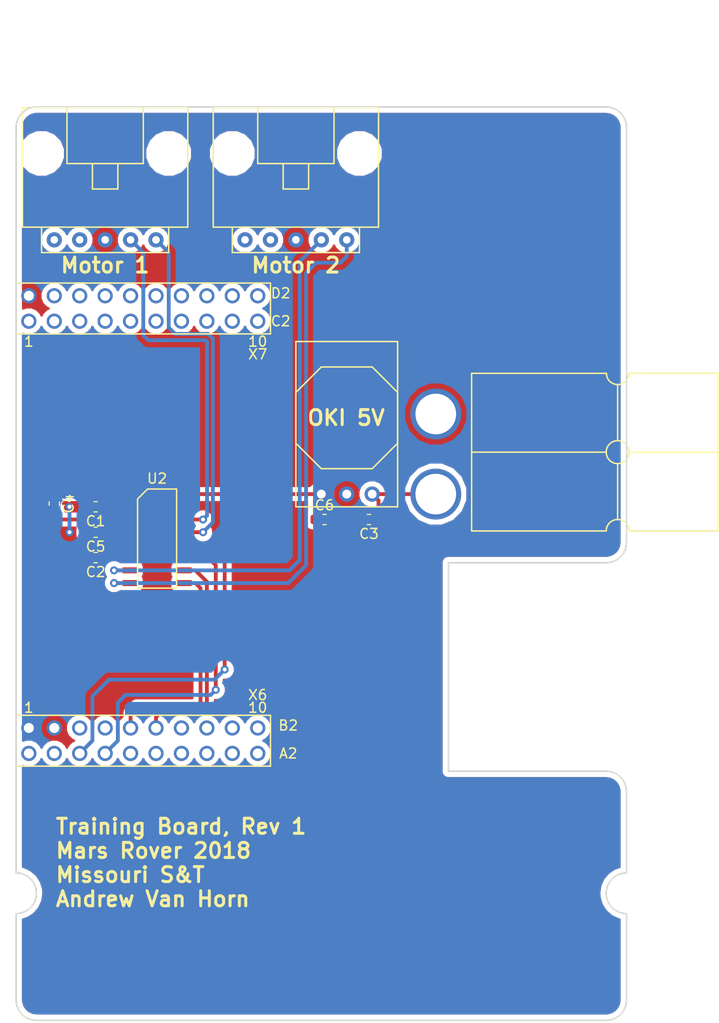
<source format=kicad_pcb>
(kicad_pcb (version 20171130) (host pcbnew "(5.0.0)")

  (general
    (thickness 1.6)
    (drawings 24)
    (tracks 89)
    (zones 0)
    (modules 12)
    (nets 18)
  )

  (page A4)
  (layers
    (0 F.Cu signal)
    (31 B.Cu signal)
    (32 B.Adhes user)
    (33 F.Adhes user)
    (34 B.Paste user)
    (35 F.Paste user)
    (36 B.SilkS user)
    (37 F.SilkS user)
    (38 B.Mask user)
    (39 F.Mask user)
    (40 Dwgs.User user)
    (41 Cmts.User user)
    (42 Eco1.User user)
    (43 Eco2.User user)
    (44 Edge.Cuts user)
    (45 Margin user)
    (46 B.CrtYd user)
    (47 F.CrtYd user)
    (48 B.Fab user)
    (49 F.Fab user)
  )

  (setup
    (last_trace_width 0.25)
    (user_trace_width 0.254)
    (user_trace_width 0.381)
    (user_trace_width 0.762)
    (trace_clearance 0.2)
    (zone_clearance 0.508)
    (zone_45_only no)
    (trace_min 0.2)
    (segment_width 0.2)
    (edge_width 0.15)
    (via_size 0.8)
    (via_drill 0.4)
    (via_min_size 0.4)
    (via_min_drill 0.3)
    (uvia_size 0.3)
    (uvia_drill 0.1)
    (uvias_allowed no)
    (uvia_min_size 0.2)
    (uvia_min_drill 0.1)
    (pcb_text_width 0.3)
    (pcb_text_size 1.5 1.5)
    (mod_edge_width 0.15)
    (mod_text_size 1 1)
    (mod_text_width 0.15)
    (pad_size 1.524 1.524)
    (pad_drill 0.762)
    (pad_to_mask_clearance 0.2)
    (aux_axis_origin 0 0)
    (visible_elements 7FFFFFFF)
    (pcbplotparams
      (layerselection 0x0103c_ffffffff)
      (usegerberextensions false)
      (usegerberattributes false)
      (usegerberadvancedattributes false)
      (creategerberjobfile false)
      (excludeedgelayer true)
      (linewidth 0.100000)
      (plotframeref false)
      (viasonmask false)
      (mode 1)
      (useauxorigin false)
      (hpglpennumber 1)
      (hpglpenspeed 20)
      (hpglpendiameter 15.000000)
      (psnegative false)
      (psa4output false)
      (plotreference true)
      (plotvalue true)
      (plotinvisibletext false)
      (padsonsilk false)
      (subtractmaskfromsilk false)
      (outputformat 1)
      (mirror false)
      (drillshape 0)
      (scaleselection 1)
      (outputdirectory "Gerbs/"))
  )

  (net 0 "")
  (net 1 GND)
  (net 2 "Net-(C1-Pad1)")
  (net 3 "Net-(C2-Pad1)")
  (net 4 /+12V)
  (net 5 "Net-(C4-Pad2)")
  (net 6 "Net-(C4-Pad1)")
  (net 7 "Net-(C5-Pad1)")
  (net 8 "Net-(C5-Pad2)")
  (net 9 +5V)
  (net 10 TX_1_SL)
  (net 11 RX_1_SL)
  (net 12 RX_2_SL)
  (net 13 TX_2_SL)
  (net 14 RX_2_IC)
  (net 15 TX_2_IC)
  (net 16 RX_1_IC)
  (net 17 TX_1_IC)

  (net_class Default "This is the default net class."
    (clearance 0.2)
    (trace_width 0.25)
    (via_dia 0.8)
    (via_drill 0.4)
    (uvia_dia 0.3)
    (uvia_drill 0.1)
    (add_net +5V)
    (add_net /+12V)
    (add_net GND)
    (add_net "Net-(C1-Pad1)")
    (add_net "Net-(C2-Pad1)")
    (add_net "Net-(C4-Pad1)")
    (add_net "Net-(C4-Pad2)")
    (add_net "Net-(C5-Pad1)")
    (add_net "Net-(C5-Pad2)")
    (add_net RX_1_IC)
    (add_net RX_1_SL)
    (add_net RX_2_IC)
    (add_net RX_2_SL)
    (add_net TX_1_IC)
    (add_net TX_1_SL)
    (add_net TX_2_IC)
    (add_net TX_2_SL)
  )

  (module MRDT_Connectors:Anderson_2_Horisontal_Side_by_Side (layer F.Cu) (tedit 5AAD70FE) (tstamp 5BA6CA5A)
    (at 133.1214 88.266 180)
    (path /5B9D7E2C)
    (fp_text reference Conn1 (at -1.8796 0.762 180) (layer F.SilkS) hide
      (effects (font (size 1 1) (thickness 0.15)))
    )
    (fp_text value AndersonPP (at -12.8651 -16.764 180) (layer F.Fab)
      (effects (font (size 1 1) (thickness 0.15)))
    )
    (fp_arc (start -14.5796 0) (end -14.5796 -1.1176) (angle 90) (layer F.SilkS) (width 0.15))
    (fp_arc (start -14.5796 0) (end -15.6972 0) (angle 90) (layer F.SilkS) (width 0.15))
    (fp_line (start -24.638 -15.748) (end -24.638 0) (layer F.SilkS) (width 0.15))
    (fp_line (start 0 -15.748) (end 0 0) (layer F.SilkS) (width 0.15))
    (fp_line (start -15.7226 -15.748) (end -16.9418 -15.748) (layer F.SilkS) (width 0.15))
    (fp_arc (start -14.5796 -15.748) (end -13.4366 -15.748) (angle 90) (layer F.SilkS) (width 0.15))
    (fp_arc (start -14.5796 -15.748) (end -14.5796 -14.605) (angle 90) (layer F.SilkS) (width 0.15))
    (fp_line (start -12.2682 0) (end -13.462 0) (layer F.SilkS) (width 0.15))
    (fp_line (start -14.5796 -2.3114) (end -14.5796 -1.143) (layer F.SilkS) (width 0.15))
    (fp_line (start -16.891 0) (end -15.7226 0) (layer F.SilkS) (width 0.15))
    (fp_line (start -12.319 -15.748) (end -13.4112 -15.748) (layer F.SilkS) (width 0.15))
    (fp_line (start -14.5796 -14.605) (end -14.5796 -13.4366) (layer F.SilkS) (width 0.15))
    (fp_line (start -14.5796 -5.588) (end -14.5796 -6.731) (layer F.SilkS) (width 0.15))
    (fp_line (start -24.6126 -7.8994) (end -15.7226 -7.8994) (layer F.SilkS) (width 0.15))
    (fp_line (start -14.5796 -10.16) (end -14.5796 -9.017) (layer F.SilkS) (width 0.15))
    (fp_line (start -12.2936 -7.874) (end -13.4366 -7.874) (layer F.SilkS) (width 0.15))
    (fp_line (start -14.5796 -5.588) (end -14.5796 -2.286) (layer F.SilkS) (width 0.15))
    (fp_line (start -12.2936 -7.874) (end 0 -7.874) (layer F.SilkS) (width 0.15))
    (fp_line (start -14.5796 -10.16) (end -14.5796 -13.4366) (layer F.SilkS) (width 0.15))
    (fp_circle (center -14.5796 -7.874) (end -14.5796 -6.731) (layer F.SilkS) (width 0.15))
    (fp_line (start -12.2936 0) (end 0 0) (layer F.SilkS) (width 0.15))
    (fp_line (start -16.8656 0) (end -24.6126 0) (layer F.SilkS) (width 0.15))
    (fp_line (start -24.6126 -15.748) (end -16.8656 -15.748) (layer F.SilkS) (width 0.15))
    (fp_line (start -12.2936 -15.748) (end 0 -15.748) (layer F.SilkS) (width 0.15))
    (pad 1 thru_hole circle (at 3.5814 -4.063 180) (size 5.08 5.08) (drill 4.06) (layers *.Cu *.Mask F.Paste)
      (net 1 GND))
    (pad 2 thru_hole circle (at 3.5814 -12.064 180) (size 5.08 5.08) (drill 4.06) (layers *.Cu *.Mask F.Paste)
      (net 4 /+12V))
  )

  (module MRDT_Connectors:MOLEX_SL_05_Horizontal (layer F.Cu) (tedit 5AB80068) (tstamp 5BA6C157)
    (at 96.52 74.93)
    (path /5B9D853E)
    (fp_text reference Conn2 (at -3.81 2.54) (layer F.SilkS) hide
      (effects (font (size 1 1) (thickness 0.15)))
    )
    (fp_text value Molex_SL_05 (at 0 2.54) (layer F.Fab)
      (effects (font (size 1 1) (thickness 0.15)))
    )
    (fp_line (start -3.81 -13.208) (end -3.81 -12.7) (layer F.SilkS) (width 0.15))
    (fp_line (start 3.81 -12.7) (end 3.81 -13.208) (layer F.SilkS) (width 0.15))
    (fp_line (start -8.255 -13.208) (end 8.255 -13.208) (layer F.SilkS) (width 0.15))
    (fp_line (start -8.255 -1.27) (end -8.255 -13.208) (layer F.SilkS) (width 0.15))
    (fp_line (start 8.255 -1.27) (end 8.255 -13.208) (layer F.SilkS) (width 0.15))
    (fp_line (start 6.35 -1.27) (end 8.255 -1.27) (layer F.SilkS) (width 0.15))
    (fp_line (start -6.35 -1.27) (end -8.255 -1.27) (layer F.SilkS) (width 0.15))
    (fp_line (start -3.81 -8.89) (end -3.81 -7.62) (layer F.SilkS) (width 0.15))
    (fp_line (start -3.81 -7.62) (end 3.81 -7.62) (layer F.SilkS) (width 0.15))
    (fp_line (start 3.81 -7.62) (end 3.81 -8.89) (layer F.SilkS) (width 0.15))
    (fp_line (start 3.81 -8.89) (end 3.81 -12.7) (layer F.SilkS) (width 0.15))
    (fp_line (start -3.81 -8.89) (end -3.81 -12.7) (layer F.SilkS) (width 0.15))
    (fp_line (start -1.27 -7.62) (end -1.27 -5.08) (layer F.SilkS) (width 0.15))
    (fp_line (start -1.27 -5.08) (end 1.27 -5.08) (layer F.SilkS) (width 0.15))
    (fp_line (start 1.27 -5.08) (end 1.27 -7.62) (layer F.SilkS) (width 0.15))
    (fp_line (start -6.35 -1.27) (end 6.35 -1.27) (layer F.SilkS) (width 0.15))
    (fp_line (start 6.35 -1.27) (end 6.35 1.27) (layer F.SilkS) (width 0.15))
    (fp_line (start 6.35 1.27) (end -6.35 1.27) (layer F.SilkS) (width 0.15))
    (fp_line (start -6.35 1.27) (end -6.35 -1.27) (layer F.SilkS) (width 0.15))
    (pad 1 thru_hole circle (at -5.08 0) (size 1.524 1.524) (drill 0.762) (layers *.Cu *.Mask))
    (pad 2 thru_hole circle (at -2.54 0) (size 1.524 1.524) (drill 0.762) (layers *.Cu *.Mask))
    (pad 3 thru_hole circle (at 0 0) (size 1.524 1.524) (drill 0.762) (layers *.Cu *.Mask)
      (net 1 GND))
    (pad 4 thru_hole circle (at 2.54 0) (size 1.524 1.524) (drill 0.762) (layers *.Cu *.Mask)
      (net 10 TX_1_SL))
    (pad 5 thru_hole circle (at 5.08 0) (size 1.524 1.524) (drill 0.762) (layers *.Cu *.Mask)
      (net 11 RX_1_SL))
    (pad "" np_thru_hole circle (at -6.35 -8.636) (size 3.45 3.45) (drill 3.45) (layers *.Cu *.Mask))
    (pad "" np_thru_hole circle (at 6.35 -8.636) (size 3.45 3.45) (drill 3.45) (layers *.Cu *.Mask))
  )

  (module MRDT_Connectors:MOLEX_SL_05_Horizontal (layer F.Cu) (tedit 5AB80068) (tstamp 5BA6C175)
    (at 115.57 74.93)
    (path /5B9D859F)
    (fp_text reference Conn3 (at -3.81 2.54) (layer F.SilkS) hide
      (effects (font (size 1 1) (thickness 0.15)))
    )
    (fp_text value Molex_SL_05 (at 0 2.54) (layer F.Fab)
      (effects (font (size 1 1) (thickness 0.15)))
    )
    (fp_line (start -6.35 1.27) (end -6.35 -1.27) (layer F.SilkS) (width 0.15))
    (fp_line (start 6.35 1.27) (end -6.35 1.27) (layer F.SilkS) (width 0.15))
    (fp_line (start 6.35 -1.27) (end 6.35 1.27) (layer F.SilkS) (width 0.15))
    (fp_line (start -6.35 -1.27) (end 6.35 -1.27) (layer F.SilkS) (width 0.15))
    (fp_line (start 1.27 -5.08) (end 1.27 -7.62) (layer F.SilkS) (width 0.15))
    (fp_line (start -1.27 -5.08) (end 1.27 -5.08) (layer F.SilkS) (width 0.15))
    (fp_line (start -1.27 -7.62) (end -1.27 -5.08) (layer F.SilkS) (width 0.15))
    (fp_line (start -3.81 -8.89) (end -3.81 -12.7) (layer F.SilkS) (width 0.15))
    (fp_line (start 3.81 -8.89) (end 3.81 -12.7) (layer F.SilkS) (width 0.15))
    (fp_line (start 3.81 -7.62) (end 3.81 -8.89) (layer F.SilkS) (width 0.15))
    (fp_line (start -3.81 -7.62) (end 3.81 -7.62) (layer F.SilkS) (width 0.15))
    (fp_line (start -3.81 -8.89) (end -3.81 -7.62) (layer F.SilkS) (width 0.15))
    (fp_line (start -6.35 -1.27) (end -8.255 -1.27) (layer F.SilkS) (width 0.15))
    (fp_line (start 6.35 -1.27) (end 8.255 -1.27) (layer F.SilkS) (width 0.15))
    (fp_line (start 8.255 -1.27) (end 8.255 -13.208) (layer F.SilkS) (width 0.15))
    (fp_line (start -8.255 -1.27) (end -8.255 -13.208) (layer F.SilkS) (width 0.15))
    (fp_line (start -8.255 -13.208) (end 8.255 -13.208) (layer F.SilkS) (width 0.15))
    (fp_line (start 3.81 -12.7) (end 3.81 -13.208) (layer F.SilkS) (width 0.15))
    (fp_line (start -3.81 -13.208) (end -3.81 -12.7) (layer F.SilkS) (width 0.15))
    (pad "" np_thru_hole circle (at 6.35 -8.636) (size 3.45 3.45) (drill 3.45) (layers *.Cu *.Mask))
    (pad "" np_thru_hole circle (at -6.35 -8.636) (size 3.45 3.45) (drill 3.45) (layers *.Cu *.Mask))
    (pad 5 thru_hole circle (at 5.08 0) (size 1.524 1.524) (drill 0.762) (layers *.Cu *.Mask)
      (net 12 RX_2_SL))
    (pad 4 thru_hole circle (at 2.54 0) (size 1.524 1.524) (drill 0.762) (layers *.Cu *.Mask)
      (net 13 TX_2_SL))
    (pad 3 thru_hole circle (at 0 0) (size 1.524 1.524) (drill 0.762) (layers *.Cu *.Mask)
      (net 1 GND))
    (pad 2 thru_hole circle (at -2.54 0) (size 1.524 1.524) (drill 0.762) (layers *.Cu *.Mask))
    (pad 1 thru_hole circle (at -5.08 0) (size 1.524 1.524) (drill 0.762) (layers *.Cu *.Mask))
  )

  (module MRDT_Shields:TM4C129E_Launchpad_X7 (layer F.Cu) (tedit 5B7ED10A) (tstamp 5BA6C1ED)
    (at 87.63 127.508)
    (path /5B9D7B83)
    (fp_text reference U1 (at 57.404 -0.762 180) (layer F.SilkS) hide
      (effects (font (size 1 1) (thickness 0.15)))
    )
    (fp_text value TM4C129E_Launchpad (at 32.512 1.016) (layer F.Fab) hide
      (effects (font (size 1 1) (thickness 0.15)))
    )
    (fp_line (start 0 0) (end 0 -74.5998) (layer F.Fab) (width 0.15))
    (fp_line (start 60.96 -74.5998) (end 60.96 -22.352) (layer F.Fab) (width 0.15))
    (fp_text user "10cm Line" (at 4.064 -75.438) (layer F.Fab)
      (effects (font (size 1 1) (thickness 0.15)))
    )
    (fp_line (start 60.96 23.368) (end 60.96 22.86) (layer F.Fab) (width 0.15))
    (fp_line (start 58.42 25.4) (end 58.928 25.4) (layer F.Fab) (width 0.15))
    (fp_line (start 2.032 25.4) (end 2.54 25.4) (layer F.Fab) (width 0.15))
    (fp_line (start 0 23.368) (end 0 22.8346) (layer F.Fab) (width 0.15))
    (fp_line (start 0 12.954) (end 0 12.446) (layer F.Fab) (width 0.05))
    (fp_arc (start 58.928 2.54) (end 58.928 0.508) (angle 90) (layer F.Fab) (width 0.15))
    (fp_line (start 58.928 25.4) (end 2.54 25.4) (layer F.Fab) (width 0.15))
    (fp_line (start 60.96 14.732) (end 60.96 22.86) (layer F.Fab) (width 0.15))
    (fp_arc (start 60.96 12.7) (end 60.96 14.732) (angle 90) (layer F.Fab) (width 0.15))
    (fp_arc (start 60.96 12.7) (end 58.928 12.7) (angle 90) (layer F.Fab) (width 0.15))
    (fp_line (start 60.96 2.54) (end 60.96 10.668) (layer F.Fab) (width 0.15))
    (fp_arc (start 0 12.7) (end 0 10.668) (angle 90) (layer F.Fab) (width 0.15))
    (fp_arc (start 0 12.7) (end 2.032 12.7) (angle 90) (layer F.Fab) (width 0.15))
    (fp_line (start 0 14.732) (end 0 22.86) (layer F.Fab) (width 0.15))
    (fp_line (start 0 0) (end 0 10.668) (layer F.Fab) (width 0.15))
    (fp_text user "Keep Out" (at 47.244 -17.526) (layer F.Fab)
      (effects (font (size 1 1) (thickness 0.15)))
    )
    (fp_text user "Ethernet Jack" (at 49.022 -19.05) (layer F.Fab)
      (effects (font (size 1 1) (thickness 0.15)))
    )
    (fp_text user "Expand out this way -->" (at -0.762 -64.6176 90) (layer F.Fab)
      (effects (font (size 1 1) (thickness 0.15)))
    )
    (fp_text user 1 (at 1.27 -42.418 180) (layer F.SilkS)
      (effects (font (size 1 1) (thickness 0.15)))
    )
    (fp_text user 10 (at 24.13 -42.418 180) (layer F.SilkS)
      (effects (font (size 1 1) (thickness 0.15)))
    )
    (fp_text user 10 (at 24.13 -5.842 180) (layer F.SilkS)
      (effects (font (size 1 1) (thickness 0.15)))
    )
    (fp_text user 1 (at 1.27 -5.842 180) (layer F.SilkS)
      (effects (font (size 1 1) (thickness 0.15)))
    )
    (fp_text user X7 (at 24.13 -41.148 180) (layer F.SilkS)
      (effects (font (size 1 1) (thickness 0.15)))
    )
    (fp_text user X6 (at 24.13 -7.112) (layer F.SilkS)
      (effects (font (size 1 1) (thickness 0.15)))
    )
    (fp_text user "Boosterpack 2" (at 27.432 -75.692) (layer F.Fab)
      (effects (font (size 1 1) (thickness 0.15)))
    )
    (fp_line (start 58.928 -20.32) (end 43.18 -20.32) (layer F.Fab) (width 0.15))
    (fp_line (start 43.18 -20.32) (end 43.18 0.508) (layer F.Fab) (width 0.15))
    (fp_line (start 0 0.508) (end 58.928 0.508) (layer F.Fab) (width 0.15))
    (fp_line (start 0 -74.6) (end 60.96 -74.6) (layer F.Fab) (width 0.15))
    (fp_text user C2 (at 26.416 -44.45 180) (layer F.SilkS)
      (effects (font (size 1 1) (thickness 0.15)))
    )
    (fp_text user D2 (at 26.416 -47.244) (layer F.SilkS)
      (effects (font (size 1 1) (thickness 0.15)))
    )
    (fp_text user B2 (at 27.178 -4.064 180) (layer F.SilkS)
      (effects (font (size 1 1) (thickness 0.15)))
    )
    (fp_text user A2 (at 27.178 -1.27 180) (layer F.SilkS)
      (effects (font (size 1 1) (thickness 0.15)))
    )
    (fp_line (start 25.4 -5.08) (end 0 -5.08) (layer F.SilkS) (width 0.15))
    (fp_line (start 0 -43.18) (end 25.4 -43.18) (layer F.SilkS) (width 0.15))
    (fp_line (start 25.4 0) (end 25.4 -5.08) (layer F.SilkS) (width 0.15))
    (fp_line (start 0 -5.08) (end 0 0) (layer F.SilkS) (width 0.15))
    (fp_line (start 0 0) (end 25.4 0) (layer F.SilkS) (width 0.15))
    (fp_line (start 25.4 -43.18) (end 25.4 -48.26) (layer F.SilkS) (width 0.15))
    (fp_line (start 25.4 -48.26) (end 0 -48.26) (layer F.SilkS) (width 0.15))
    (fp_line (start 0 -48.26) (end 0 -43.18) (layer F.SilkS) (width 0.15))
    (fp_line (start 0.254 12.7) (end -0.254 12.7) (layer F.Fab) (width 0.05))
    (fp_line (start 2.286 12.7) (end 1.778 12.7) (layer F.Fab) (width 0.05))
    (fp_line (start 0 14.986) (end 0 14.478) (layer F.Fab) (width 0.05))
    (fp_line (start 0.254 14.732) (end -0.254 14.732) (layer F.Fab) (width 0.05))
    (fp_line (start 0 10.922) (end 0 10.414) (layer F.Fab) (width 0.05))
    (fp_line (start 0.254 10.668) (end -0.254 10.668) (layer F.Fab) (width 0.05))
    (fp_arc (start 2.032 23.368) (end 2.032 25.4) (angle 90) (layer F.Fab) (width 0.15))
    (fp_line (start 2.794 22.86) (end 2.286 22.86) (layer F.Fab) (width 0.05))
    (fp_line (start 2.54 23.114) (end 2.54 22.606) (layer F.Fab) (width 0.05))
    (fp_line (start 0.254 22.86) (end -0.254 22.86) (layer F.Fab) (width 0.05))
    (fp_line (start 2.54 25.654) (end 2.54 25.146) (layer F.Fab) (width 0.05))
    (fp_line (start 59.182 23.368) (end 58.674 23.368) (layer F.Fab) (width 0.05))
    (fp_line (start 58.928 23.622) (end 58.928 23.114) (layer F.Fab) (width 0.05))
    (fp_arc (start 58.928 23.368) (end 60.96 23.368) (angle 90) (layer F.Fab) (width 0.15))
    (fp_line (start 61.214 23.368) (end 60.706 23.368) (layer F.Fab) (width 0.05))
    (fp_line (start 58.928 25.654) (end 58.928 25.146) (layer F.Fab) (width 0.05))
    (fp_line (start 61.214 12.7) (end 60.706 12.7) (layer F.Fab) (width 0.05))
    (fp_line (start 60.96 12.954) (end 60.96 12.446) (layer F.Fab) (width 0.05))
    (fp_line (start 61.214 10.668) (end 60.706 10.668) (layer F.Fab) (width 0.05))
    (fp_line (start 60.96 10.922) (end 60.96 10.414) (layer F.Fab) (width 0.05))
    (fp_line (start 60.96 14.986) (end 60.96 14.478) (layer F.Fab) (width 0.05))
    (fp_line (start 61.214 14.732) (end 60.706 14.732) (layer F.Fab) (width 0.05))
    (fp_line (start 59.182 12.7) (end 58.674 12.7) (layer F.Fab) (width 0.05))
    (fp_line (start 59.182 2.54) (end 58.674 2.54) (layer F.Fab) (width 0.05))
    (fp_line (start 58.928 2.794) (end 58.928 2.286) (layer F.Fab) (width 0.05))
    (fp_line (start 61.214 2.54) (end 60.706 2.54) (layer F.Fab) (width 0.05))
    (fp_line (start 58.928 0.762) (end 58.928 0.254) (layer F.Fab) (width 0.05))
    (fp_line (start 60.706 -22.352) (end 61.214 -22.352) (layer F.Fab) (width 0.05))
    (fp_arc (start 58.928 -22.352) (end 60.96 -22.352) (angle 90) (layer F.Fab) (width 0.15))
    (fp_line (start 58.674 -22.352) (end 59.182 -22.352) (layer F.Fab) (width 0.05))
    (fp_line (start 58.928 -22.098) (end 58.928 -22.606) (layer F.Fab) (width 0.05))
    (fp_line (start 58.928 -20.066) (end 58.928 -20.574) (layer F.Fab) (width 0.05))
    (pad +3V3 thru_hole circle (at 1.27 -1.27 180) (size 1.52 1.52) (drill 1) (layers *.Cu *.Mask F.Paste))
    (pad PM6 thru_hole circle (at 24.13 -46.99 180) (size 1.52 1.52) (drill 1) (layers *.Cu *.Mask F.Paste))
    (pad PQ1 thru_hole circle (at 21.59 -46.99 180) (size 1.52 1.52) (drill 1) (layers *.Cu *.Mask F.Paste))
    (pad PQ2 thru_hole circle (at 13.97 -46.99 180) (size 1.52 1.52) (drill 1) (layers *.Cu *.Mask F.Paste))
    (pad PK0 thru_hole circle (at 11.43 -3.81 180) (size 1.52 1.52) (drill 1) (layers *.Cu *.Mask F.Paste)
      (net 14 RX_2_IC))
    (pad PQ3 thru_hole circle (at 16.51 -46.99 180) (size 1.52 1.52) (drill 1) (layers *.Cu *.Mask F.Paste))
    (pad PP3 thru_hole circle (at 19.05 -46.99 180) (size 1.52 1.52) (drill 1) (layers *.Cu *.Mask F.Paste))
    (pad PQ0 thru_hole circle (at 16.51 -1.27 180) (size 1.52 1.52) (drill 1) (layers *.Cu *.Mask F.Paste))
    (pad PA4 thru_hole circle (at 21.59 -3.81 180) (size 1.52 1.52) (drill 1) (layers *.Cu *.Mask F.Paste))
    (pad Rese thru_hole circle (at 11.43 -46.99 180) (size 1.52 1.52) (drill 1) (layers *.Cu *.Mask F.Paste))
    (pad PA7 thru_hole circle (at 8.89 -46.99 180) (size 1.52 1.52) (drill 1) (layers *.Cu *.Mask F.Paste))
    (pad PN5 thru_hole circle (at 21.59 -1.27 180) (size 1.52 1.52) (drill 1) (layers *.Cu *.Mask F.Paste))
    (pad PK2 thru_hole circle (at 16.51 -3.81 180) (size 1.52 1.52) (drill 1) (layers *.Cu *.Mask F.Paste))
    (pad PK1 thru_hole circle (at 13.97 -3.81 180) (size 1.52 1.52) (drill 1) (layers *.Cu *.Mask F.Paste)
      (net 15 TX_2_IC))
    (pad +5V thru_hole circle (at 1.27 -3.81 180) (size 1.52 1.52) (drill 1) (layers *.Cu *.Mask F.Paste)
      (net 9 +5V))
    (pad GND thru_hole circle (at 3.81 -3.81 180) (size 1.52 1.52) (drill 1) (layers *.Cu *.Mask F.Paste)
      (net 1 GND))
    (pad PB4 thru_hole circle (at 6.35 -3.81 180) (size 1.52 1.52) (drill 1) (layers *.Cu *.Mask F.Paste))
    (pad PB5 thru_hole circle (at 8.89 -3.81 180) (size 1.52 1.52) (drill 1) (layers *.Cu *.Mask F.Paste))
    (pad PK3 thru_hole circle (at 19.05 -3.81 180) (size 1.52 1.52) (drill 1) (layers *.Cu *.Mask F.Paste))
    (pad PA5 thru_hole circle (at 24.13 -3.81 180) (size 1.52 1.52) (drill 1) (layers *.Cu *.Mask F.Paste))
    (pad PD2 thru_hole circle (at 3.81 -1.27 180) (size 1.52 1.52) (drill 1) (layers *.Cu *.Mask F.Paste))
    (pad PP0 thru_hole circle (at 6.35 -1.27 180) (size 1.52 1.52) (drill 1) (layers *.Cu *.Mask F.Paste)
      (net 16 RX_1_IC))
    (pad PP1 thru_hole circle (at 8.89 -1.27 180) (size 1.52 1.52) (drill 1) (layers *.Cu *.Mask F.Paste)
      (net 17 TX_1_IC))
    (pad PD4 thru_hole circle (at 11.43 -1.27 180) (size 1.52 1.52) (drill 1) (layers *.Cu *.Mask F.Paste))
    (pad PD5 thru_hole circle (at 13.97 -1.27 180) (size 1.52 1.52) (drill 1) (layers *.Cu *.Mask F.Paste))
    (pad PP4 thru_hole circle (at 19.05 -1.27 180) (size 1.52 1.52) (drill 1) (layers *.Cu *.Mask F.Paste))
    (pad PN4 thru_hole circle (at 24.13 -1.27 180) (size 1.52 1.52) (drill 1) (layers *.Cu *.Mask F.Paste))
    (pad PG1 thru_hole circle (at 1.27 -44.45 180) (size 1.52 1.52) (drill 1) (layers *.Cu *.Mask F.Paste))
    (pad PK4 thru_hole circle (at 3.81 -44.45 180) (size 1.52 1.52) (drill 1) (layers *.Cu *.Mask F.Paste))
    (pad PK5 thru_hole circle (at 6.35 -44.45 180) (size 1.52 1.52) (drill 1) (layers *.Cu *.Mask F.Paste))
    (pad PM0 thru_hole circle (at 8.89 -44.45 180) (size 1.52 1.52) (drill 1) (layers *.Cu *.Mask F.Paste))
    (pad PM1 thru_hole circle (at 11.43 -44.45 180) (size 1.52 1.52) (drill 1) (layers *.Cu *.Mask F.Paste))
    (pad PM2 thru_hole circle (at 13.97 -44.45 180) (size 1.52 1.52) (drill 1) (layers *.Cu *.Mask F.Paste))
    (pad PH0 thru_hole circle (at 16.51 -44.45 180) (size 1.52 1.52) (drill 1) (layers *.Cu *.Mask F.Paste))
    (pad PH1 thru_hole circle (at 19.05 -44.45 180) (size 1.52 1.52) (drill 1) (layers *.Cu *.Mask F.Paste))
    (pad PK6 thru_hole circle (at 21.59 -44.45 180) (size 1.52 1.52) (drill 1) (layers *.Cu *.Mask F.Paste))
    (pad PK7 thru_hole circle (at 24.13 -44.45 180) (size 1.52 1.52) (drill 1) (layers *.Cu *.Mask F.Paste))
    (pad GND thru_hole circle (at 1.27 -46.99 180) (size 1.52 1.52) (drill 1) (layers *.Cu *.Mask F.Paste)
      (net 1 GND))
    (pad PM7 thru_hole circle (at 3.81 -46.99 180) (size 1.52 1.52) (drill 1) (layers *.Cu *.Mask F.Paste))
    (pad PP5 thru_hole circle (at 6.35 -46.99 180) (size 1.52 1.52) (drill 1) (layers *.Cu *.Mask F.Paste))
  )

  (module MRDT_ICs:SOIC_16_3.9x9.9mm_Pitch1.27mm (layer F.Cu) (tedit 5ACFDF04) (tstamp 5BA6C20B)
    (at 101.707001 104.775)
    (descr "16-Lead Plastic Small Outline (SL) - Narrow, 3.90 mm Body [SOIC] (see Microchip Packaging Specification 00000049BS.pdf)")
    (tags "SOIC 1.27")
    (path /5B9D8654)
    (attr smd)
    (fp_text reference U2 (at 0 -6) (layer F.SilkS)
      (effects (font (size 1 1) (thickness 0.15)))
    )
    (fp_text value MAX_3232 (at 0 6) (layer F.Fab)
      (effects (font (size 1 1) (thickness 0.15)))
    )
    (fp_text user %R (at 0 0) (layer F.Fab)
      (effects (font (size 0.9 0.9) (thickness 0.135)))
    )
    (fp_line (start -0.95 -4.95) (end 1.95 -4.95) (layer F.SilkS) (width 0.15))
    (fp_line (start 1.95 -4.95) (end 1.95 4.95) (layer F.SilkS) (width 0.15))
    (fp_line (start 1.95 4.95) (end -1.95 4.95) (layer F.SilkS) (width 0.15))
    (fp_line (start -1.95 4.95) (end -1.95 -3.95) (layer F.SilkS) (width 0.15))
    (fp_line (start -1.95 -3.95) (end -0.95 -4.95) (layer F.SilkS) (width 0.15))
    (fp_line (start -3.7 -5.25) (end -3.7 5.25) (layer F.CrtYd) (width 0.05))
    (fp_line (start 3.7 -5.25) (end 3.7 5.25) (layer F.CrtYd) (width 0.05))
    (fp_line (start -3.7 -5.25) (end 3.7 -5.25) (layer F.CrtYd) (width 0.05))
    (fp_line (start -3.7 5.25) (end 3.7 5.25) (layer F.CrtYd) (width 0.05))
    (pad 1 smd rect (at -2.7 -4.445) (size 1.5 0.6) (layers F.Cu F.Paste F.Mask)
      (net 6 "Net-(C4-Pad1)"))
    (pad 2 smd rect (at -2.7 -3.175) (size 1.5 0.6) (layers F.Cu F.Paste F.Mask)
      (net 2 "Net-(C1-Pad1)"))
    (pad 3 smd rect (at -2.7 -1.905) (size 1.5 0.6) (layers F.Cu F.Paste F.Mask)
      (net 5 "Net-(C4-Pad2)"))
    (pad 4 smd rect (at -2.7 -0.635) (size 1.5 0.6) (layers F.Cu F.Paste F.Mask)
      (net 7 "Net-(C5-Pad1)"))
    (pad 5 smd rect (at -2.7 0.635) (size 1.5 0.6) (layers F.Cu F.Paste F.Mask)
      (net 8 "Net-(C5-Pad2)"))
    (pad 6 smd rect (at -2.7 1.905) (size 1.5 0.6) (layers F.Cu F.Paste F.Mask)
      (net 3 "Net-(C2-Pad1)"))
    (pad 7 smd rect (at -2.7 3.175) (size 1.5 0.6) (layers F.Cu F.Paste F.Mask)
      (net 13 TX_2_SL))
    (pad 8 smd rect (at -2.7 4.445) (size 1.5 0.6) (layers F.Cu F.Paste F.Mask)
      (net 12 RX_2_SL))
    (pad 9 smd rect (at 2.7 4.445) (size 1.5 0.6) (layers F.Cu F.Paste F.Mask)
      (net 14 RX_2_IC))
    (pad 10 smd rect (at 2.7 3.175) (size 1.5 0.6) (layers F.Cu F.Paste F.Mask)
      (net 15 TX_2_IC))
    (pad 11 smd rect (at 2.7 1.905) (size 1.5 0.6) (layers F.Cu F.Paste F.Mask)
      (net 17 TX_1_IC))
    (pad 12 smd rect (at 2.7 0.635) (size 1.5 0.6) (layers F.Cu F.Paste F.Mask)
      (net 16 RX_1_IC))
    (pad 13 smd rect (at 2.7 -0.635) (size 1.5 0.6) (layers F.Cu F.Paste F.Mask)
      (net 11 RX_1_SL))
    (pad 14 smd rect (at 2.7 -1.905) (size 1.5 0.6) (layers F.Cu F.Paste F.Mask)
      (net 10 TX_1_SL))
    (pad 15 smd rect (at 2.7 -3.175) (size 1.5 0.6) (layers F.Cu F.Paste F.Mask)
      (net 1 GND))
    (pad 16 smd rect (at 2.7 -4.445) (size 1.5 0.6) (layers F.Cu F.Paste F.Mask)
      (net 9 +5V))
    (model ${KISYS3DMOD}/Housings_SOIC.3dshapes/SOIC-16_3.9x9.9mm_Pitch1.27mm.wrl
      (at (xyz 0 0 0))
      (scale (xyz 1 1 1))
      (rotate (xyz 0 0 0))
    )
  )

  (module MRDT_Devices:OKI_Horizontal (layer F.Cu) (tedit 5BA6B6BB) (tstamp 5BA6C21E)
    (at 125.73 101.6 180)
    (tags OKI)
    (path /5B9D7F4C)
    (fp_text reference U3 (at 2.54 -1.27 180) (layer F.SilkS) hide
      (effects (font (size 1 1) (thickness 0.15)))
    )
    (fp_text value OKI (at 5.08 8.89 180) (layer F.SilkS) hide
      (effects (font (size 1 1) (thickness 0.15)))
    )
    (fp_line (start 7.62 3.81) (end 10.16 6.35) (layer F.SilkS) (width 0.15))
    (fp_line (start 10.16 6.35) (end 10.16 11.43) (layer F.SilkS) (width 0.15))
    (fp_line (start 10.16 11.43) (end 7.62 13.97) (layer F.SilkS) (width 0.15))
    (fp_line (start 7.62 13.97) (end 2.54 13.97) (layer F.SilkS) (width 0.15))
    (fp_line (start 2.54 13.97) (end 0 11.43) (layer F.SilkS) (width 0.15))
    (fp_line (start 0 11.43) (end 0 6.35) (layer F.SilkS) (width 0.15))
    (fp_line (start 0 6.35) (end 2.54 3.81) (layer F.SilkS) (width 0.15))
    (fp_line (start 2.54 3.81) (end 7.62 3.81) (layer F.SilkS) (width 0.15))
    (fp_line (start 0 16.51) (end 10.16 16.51) (layer F.SilkS) (width 0.15))
    (fp_line (start 0 0) (end 10.16 0) (layer F.SilkS) (width 0.15))
    (fp_line (start 10.16 0) (end 10.16 16.51) (layer F.SilkS) (width 0.15))
    (fp_line (start 0 16.51) (end 0 0) (layer F.SilkS) (width 0.15))
    (pad 1 thru_hole circle (at 2.54 1.27 180) (size 1.524 1.524) (drill 0.889) (layers *.Cu *.Mask)
      (net 4 /+12V))
    (pad 2 thru_hole circle (at 5.08 1.27 180) (size 1.524 1.524) (drill 0.889) (layers *.Cu *.Mask)
      (net 1 GND))
    (pad 3 thru_hole circle (at 7.62 1.27 180) (size 1.524 1.524) (drill 0.889) (layers *.Cu *.Mask)
      (net 9 +5V))
  )

  (module Capacitor_SMD:C_0603_1608Metric_Pad1.05x0.95mm_HandSolder (layer F.Cu) (tedit 5B301BBE) (tstamp 5BC39E4B)
    (at 95.57 101.6 180)
    (descr "Capacitor SMD 0603 (1608 Metric), square (rectangular) end terminal, IPC_7351 nominal with elongated pad for handsoldering. (Body size source: http://www.tortai-tech.com/upload/download/2011102023233369053.pdf), generated with kicad-footprint-generator")
    (tags "capacitor handsolder")
    (path /5B9D8BE9)
    (attr smd)
    (fp_text reference C1 (at 0 -1.43 180) (layer F.SilkS)
      (effects (font (size 1 1) (thickness 0.15)))
    )
    (fp_text value .1uF (at 0 1.43 180) (layer F.Fab)
      (effects (font (size 1 1) (thickness 0.15)))
    )
    (fp_line (start -0.8 0.4) (end -0.8 -0.4) (layer F.Fab) (width 0.1))
    (fp_line (start -0.8 -0.4) (end 0.8 -0.4) (layer F.Fab) (width 0.1))
    (fp_line (start 0.8 -0.4) (end 0.8 0.4) (layer F.Fab) (width 0.1))
    (fp_line (start 0.8 0.4) (end -0.8 0.4) (layer F.Fab) (width 0.1))
    (fp_line (start -0.171267 -0.51) (end 0.171267 -0.51) (layer F.SilkS) (width 0.12))
    (fp_line (start -0.171267 0.51) (end 0.171267 0.51) (layer F.SilkS) (width 0.12))
    (fp_line (start -1.65 0.73) (end -1.65 -0.73) (layer F.CrtYd) (width 0.05))
    (fp_line (start -1.65 -0.73) (end 1.65 -0.73) (layer F.CrtYd) (width 0.05))
    (fp_line (start 1.65 -0.73) (end 1.65 0.73) (layer F.CrtYd) (width 0.05))
    (fp_line (start 1.65 0.73) (end -1.65 0.73) (layer F.CrtYd) (width 0.05))
    (fp_text user %R (at 0 0 180) (layer F.Fab)
      (effects (font (size 0.4 0.4) (thickness 0.06)))
    )
    (pad 1 smd roundrect (at -0.875 0 180) (size 1.05 0.95) (layers F.Cu F.Paste F.Mask) (roundrect_rratio 0.25)
      (net 2 "Net-(C1-Pad1)"))
    (pad 2 smd roundrect (at 0.875 0 180) (size 1.05 0.95) (layers F.Cu F.Paste F.Mask) (roundrect_rratio 0.25)
      (net 1 GND))
    (model ${KISYS3DMOD}/Capacitor_SMD.3dshapes/C_0603_1608Metric.wrl
      (at (xyz 0 0 0))
      (scale (xyz 1 1 1))
      (rotate (xyz 0 0 0))
    )
  )

  (module Capacitor_SMD:C_0603_1608Metric_Pad1.05x0.95mm_HandSolder (layer F.Cu) (tedit 5B301BBE) (tstamp 5BC39E5B)
    (at 95.57 106.68 180)
    (descr "Capacitor SMD 0603 (1608 Metric), square (rectangular) end terminal, IPC_7351 nominal with elongated pad for handsoldering. (Body size source: http://www.tortai-tech.com/upload/download/2011102023233369053.pdf), generated with kicad-footprint-generator")
    (tags "capacitor handsolder")
    (path /5B9D8C37)
    (attr smd)
    (fp_text reference C2 (at 0 -1.43 180) (layer F.SilkS)
      (effects (font (size 1 1) (thickness 0.15)))
    )
    (fp_text value .1uF (at 0 1.43 180) (layer F.Fab)
      (effects (font (size 1 1) (thickness 0.15)))
    )
    (fp_text user %R (at 0 0 180) (layer F.Fab)
      (effects (font (size 0.4 0.4) (thickness 0.06)))
    )
    (fp_line (start 1.65 0.73) (end -1.65 0.73) (layer F.CrtYd) (width 0.05))
    (fp_line (start 1.65 -0.73) (end 1.65 0.73) (layer F.CrtYd) (width 0.05))
    (fp_line (start -1.65 -0.73) (end 1.65 -0.73) (layer F.CrtYd) (width 0.05))
    (fp_line (start -1.65 0.73) (end -1.65 -0.73) (layer F.CrtYd) (width 0.05))
    (fp_line (start -0.171267 0.51) (end 0.171267 0.51) (layer F.SilkS) (width 0.12))
    (fp_line (start -0.171267 -0.51) (end 0.171267 -0.51) (layer F.SilkS) (width 0.12))
    (fp_line (start 0.8 0.4) (end -0.8 0.4) (layer F.Fab) (width 0.1))
    (fp_line (start 0.8 -0.4) (end 0.8 0.4) (layer F.Fab) (width 0.1))
    (fp_line (start -0.8 -0.4) (end 0.8 -0.4) (layer F.Fab) (width 0.1))
    (fp_line (start -0.8 0.4) (end -0.8 -0.4) (layer F.Fab) (width 0.1))
    (pad 2 smd roundrect (at 0.875 0 180) (size 1.05 0.95) (layers F.Cu F.Paste F.Mask) (roundrect_rratio 0.25)
      (net 1 GND))
    (pad 1 smd roundrect (at -0.875 0 180) (size 1.05 0.95) (layers F.Cu F.Paste F.Mask) (roundrect_rratio 0.25)
      (net 3 "Net-(C2-Pad1)"))
    (model ${KISYS3DMOD}/Capacitor_SMD.3dshapes/C_0603_1608Metric.wrl
      (at (xyz 0 0 0))
      (scale (xyz 1 1 1))
      (rotate (xyz 0 0 0))
    )
  )

  (module Capacitor_SMD:C_0603_1608Metric_Pad1.05x0.95mm_HandSolder (layer F.Cu) (tedit 5B301BBE) (tstamp 5BC39E6B)
    (at 122.87 102.87 180)
    (descr "Capacitor SMD 0603 (1608 Metric), square (rectangular) end terminal, IPC_7351 nominal with elongated pad for handsoldering. (Body size source: http://www.tortai-tech.com/upload/download/2011102023233369053.pdf), generated with kicad-footprint-generator")
    (tags "capacitor handsolder")
    (path /5B9D808D)
    (attr smd)
    (fp_text reference C3 (at 0 -1.43 180) (layer F.SilkS)
      (effects (font (size 1 1) (thickness 0.15)))
    )
    (fp_text value 10uF (at 0 1.43 180) (layer F.Fab)
      (effects (font (size 1 1) (thickness 0.15)))
    )
    (fp_line (start -0.8 0.4) (end -0.8 -0.4) (layer F.Fab) (width 0.1))
    (fp_line (start -0.8 -0.4) (end 0.8 -0.4) (layer F.Fab) (width 0.1))
    (fp_line (start 0.8 -0.4) (end 0.8 0.4) (layer F.Fab) (width 0.1))
    (fp_line (start 0.8 0.4) (end -0.8 0.4) (layer F.Fab) (width 0.1))
    (fp_line (start -0.171267 -0.51) (end 0.171267 -0.51) (layer F.SilkS) (width 0.12))
    (fp_line (start -0.171267 0.51) (end 0.171267 0.51) (layer F.SilkS) (width 0.12))
    (fp_line (start -1.65 0.73) (end -1.65 -0.73) (layer F.CrtYd) (width 0.05))
    (fp_line (start -1.65 -0.73) (end 1.65 -0.73) (layer F.CrtYd) (width 0.05))
    (fp_line (start 1.65 -0.73) (end 1.65 0.73) (layer F.CrtYd) (width 0.05))
    (fp_line (start 1.65 0.73) (end -1.65 0.73) (layer F.CrtYd) (width 0.05))
    (fp_text user %R (at 0 0 180) (layer F.Fab)
      (effects (font (size 0.4 0.4) (thickness 0.06)))
    )
    (pad 1 smd roundrect (at -0.875 0 180) (size 1.05 0.95) (layers F.Cu F.Paste F.Mask) (roundrect_rratio 0.25)
      (net 4 /+12V))
    (pad 2 smd roundrect (at 0.875 0 180) (size 1.05 0.95) (layers F.Cu F.Paste F.Mask) (roundrect_rratio 0.25)
      (net 1 GND))
    (model ${KISYS3DMOD}/Capacitor_SMD.3dshapes/C_0603_1608Metric.wrl
      (at (xyz 0 0 0))
      (scale (xyz 1 1 1))
      (rotate (xyz 0 0 0))
    )
  )

  (module Capacitor_SMD:C_0603_1608Metric_Pad1.05x0.95mm_HandSolder (layer F.Cu) (tedit 5B301BBE) (tstamp 5BC39E7B)
    (at 91.44 101.28 270)
    (descr "Capacitor SMD 0603 (1608 Metric), square (rectangular) end terminal, IPC_7351 nominal with elongated pad for handsoldering. (Body size source: http://www.tortai-tech.com/upload/download/2011102023233369053.pdf), generated with kicad-footprint-generator")
    (tags "capacitor handsolder")
    (path /5B9D8B05)
    (attr smd)
    (fp_text reference C4 (at 0 -1.43 270) (layer F.SilkS)
      (effects (font (size 1 1) (thickness 0.15)))
    )
    (fp_text value .1uF (at 0 1.43 270) (layer F.Fab)
      (effects (font (size 1 1) (thickness 0.15)))
    )
    (fp_line (start -0.8 0.4) (end -0.8 -0.4) (layer F.Fab) (width 0.1))
    (fp_line (start -0.8 -0.4) (end 0.8 -0.4) (layer F.Fab) (width 0.1))
    (fp_line (start 0.8 -0.4) (end 0.8 0.4) (layer F.Fab) (width 0.1))
    (fp_line (start 0.8 0.4) (end -0.8 0.4) (layer F.Fab) (width 0.1))
    (fp_line (start -0.171267 -0.51) (end 0.171267 -0.51) (layer F.SilkS) (width 0.12))
    (fp_line (start -0.171267 0.51) (end 0.171267 0.51) (layer F.SilkS) (width 0.12))
    (fp_line (start -1.65 0.73) (end -1.65 -0.73) (layer F.CrtYd) (width 0.05))
    (fp_line (start -1.65 -0.73) (end 1.65 -0.73) (layer F.CrtYd) (width 0.05))
    (fp_line (start 1.65 -0.73) (end 1.65 0.73) (layer F.CrtYd) (width 0.05))
    (fp_line (start 1.65 0.73) (end -1.65 0.73) (layer F.CrtYd) (width 0.05))
    (fp_text user %R (at 0 0 270) (layer F.Fab)
      (effects (font (size 0.4 0.4) (thickness 0.06)))
    )
    (pad 1 smd roundrect (at -0.875 0 270) (size 1.05 0.95) (layers F.Cu F.Paste F.Mask) (roundrect_rratio 0.25)
      (net 6 "Net-(C4-Pad1)"))
    (pad 2 smd roundrect (at 0.875 0 270) (size 1.05 0.95) (layers F.Cu F.Paste F.Mask) (roundrect_rratio 0.25)
      (net 5 "Net-(C4-Pad2)"))
    (model ${KISYS3DMOD}/Capacitor_SMD.3dshapes/C_0603_1608Metric.wrl
      (at (xyz 0 0 0))
      (scale (xyz 1 1 1))
      (rotate (xyz 0 0 0))
    )
  )

  (module Capacitor_SMD:C_0603_1608Metric_Pad1.05x0.95mm_HandSolder (layer F.Cu) (tedit 5B301BBE) (tstamp 5BC39E8B)
    (at 95.57 104.14 180)
    (descr "Capacitor SMD 0603 (1608 Metric), square (rectangular) end terminal, IPC_7351 nominal with elongated pad for handsoldering. (Body size source: http://www.tortai-tech.com/upload/download/2011102023233369053.pdf), generated with kicad-footprint-generator")
    (tags "capacitor handsolder")
    (path /5B9D8BA6)
    (attr smd)
    (fp_text reference C5 (at 0 -1.43 180) (layer F.SilkS)
      (effects (font (size 1 1) (thickness 0.15)))
    )
    (fp_text value .1uF (at 0 1.43 180) (layer F.Fab)
      (effects (font (size 1 1) (thickness 0.15)))
    )
    (fp_text user %R (at 0 0 180) (layer F.Fab)
      (effects (font (size 0.4 0.4) (thickness 0.06)))
    )
    (fp_line (start 1.65 0.73) (end -1.65 0.73) (layer F.CrtYd) (width 0.05))
    (fp_line (start 1.65 -0.73) (end 1.65 0.73) (layer F.CrtYd) (width 0.05))
    (fp_line (start -1.65 -0.73) (end 1.65 -0.73) (layer F.CrtYd) (width 0.05))
    (fp_line (start -1.65 0.73) (end -1.65 -0.73) (layer F.CrtYd) (width 0.05))
    (fp_line (start -0.171267 0.51) (end 0.171267 0.51) (layer F.SilkS) (width 0.12))
    (fp_line (start -0.171267 -0.51) (end 0.171267 -0.51) (layer F.SilkS) (width 0.12))
    (fp_line (start 0.8 0.4) (end -0.8 0.4) (layer F.Fab) (width 0.1))
    (fp_line (start 0.8 -0.4) (end 0.8 0.4) (layer F.Fab) (width 0.1))
    (fp_line (start -0.8 -0.4) (end 0.8 -0.4) (layer F.Fab) (width 0.1))
    (fp_line (start -0.8 0.4) (end -0.8 -0.4) (layer F.Fab) (width 0.1))
    (pad 2 smd roundrect (at 0.875 0 180) (size 1.05 0.95) (layers F.Cu F.Paste F.Mask) (roundrect_rratio 0.25)
      (net 8 "Net-(C5-Pad2)"))
    (pad 1 smd roundrect (at -0.875 0 180) (size 1.05 0.95) (layers F.Cu F.Paste F.Mask) (roundrect_rratio 0.25)
      (net 7 "Net-(C5-Pad1)"))
    (model ${KISYS3DMOD}/Capacitor_SMD.3dshapes/C_0603_1608Metric.wrl
      (at (xyz 0 0 0))
      (scale (xyz 1 1 1))
      (rotate (xyz 0 0 0))
    )
  )

  (module Capacitor_SMD:C_0603_1608Metric_Pad1.05x0.95mm_HandSolder (layer F.Cu) (tedit 5B301BBE) (tstamp 5BC39E9B)
    (at 118.43 102.87)
    (descr "Capacitor SMD 0603 (1608 Metric), square (rectangular) end terminal, IPC_7351 nominal with elongated pad for handsoldering. (Body size source: http://www.tortai-tech.com/upload/download/2011102023233369053.pdf), generated with kicad-footprint-generator")
    (tags "capacitor handsolder")
    (path /5B9D80F2)
    (attr smd)
    (fp_text reference C6 (at 0 -1.43) (layer F.SilkS)
      (effects (font (size 1 1) (thickness 0.15)))
    )
    (fp_text value 10uF (at 0 1.43) (layer F.Fab)
      (effects (font (size 1 1) (thickness 0.15)))
    )
    (fp_text user %R (at 0 0) (layer F.Fab)
      (effects (font (size 0.4 0.4) (thickness 0.06)))
    )
    (fp_line (start 1.65 0.73) (end -1.65 0.73) (layer F.CrtYd) (width 0.05))
    (fp_line (start 1.65 -0.73) (end 1.65 0.73) (layer F.CrtYd) (width 0.05))
    (fp_line (start -1.65 -0.73) (end 1.65 -0.73) (layer F.CrtYd) (width 0.05))
    (fp_line (start -1.65 0.73) (end -1.65 -0.73) (layer F.CrtYd) (width 0.05))
    (fp_line (start -0.171267 0.51) (end 0.171267 0.51) (layer F.SilkS) (width 0.12))
    (fp_line (start -0.171267 -0.51) (end 0.171267 -0.51) (layer F.SilkS) (width 0.12))
    (fp_line (start 0.8 0.4) (end -0.8 0.4) (layer F.Fab) (width 0.1))
    (fp_line (start 0.8 -0.4) (end 0.8 0.4) (layer F.Fab) (width 0.1))
    (fp_line (start -0.8 -0.4) (end 0.8 -0.4) (layer F.Fab) (width 0.1))
    (fp_line (start -0.8 0.4) (end -0.8 -0.4) (layer F.Fab) (width 0.1))
    (pad 2 smd roundrect (at 0.875 0) (size 1.05 0.95) (layers F.Cu F.Paste F.Mask) (roundrect_rratio 0.25)
      (net 1 GND))
    (pad 1 smd roundrect (at -0.875 0) (size 1.05 0.95) (layers F.Cu F.Paste F.Mask) (roundrect_rratio 0.25)
      (net 9 +5V))
    (model ${KISYS3DMOD}/Capacitor_SMD.3dshapes/C_0603_1608Metric.wrl
      (at (xyz 0 0 0))
      (scale (xyz 1 1 1))
      (rotate (xyz 0 0 0))
    )
  )

  (gr_text "Training Board, Rev 1\nMars Rover 2018\nMissouri S&T\nAndrew Van Horn" (at 91.44 137.16) (layer F.SilkS)
    (effects (font (size 1.5 1.5) (thickness 0.3)) (justify left))
  )
  (gr_text "Motor 1" (at 96.52 77.47) (layer F.SilkS) (tstamp 5BA6EFA7)
    (effects (font (size 1.5 1.5) (thickness 0.3)))
  )
  (gr_text "Motor 2" (at 115.57 77.47) (layer F.SilkS)
    (effects (font (size 1.5 1.5) (thickness 0.3)))
  )
  (gr_text "OKI 5V" (at 120.5865 92.71) (layer F.SilkS)
    (effects (font (size 1.5 1.5) (thickness 0.3)))
  )
  (gr_line (start 148.59 138.176) (end 148.59 130.048) (layer Edge.Cuts) (width 0.15))
  (gr_line (start 148.59 150.876) (end 148.59 142.24) (layer Edge.Cuts) (width 0.15))
  (gr_line (start 89.662 152.908) (end 146.558 152.908) (layer Edge.Cuts) (width 0.15))
  (gr_line (start 87.63 142.24) (end 87.63 150.876) (layer Edge.Cuts) (width 0.15))
  (gr_line (start 87.63 138.176) (end 87.63 63.6905) (layer Edge.Cuts) (width 0.15))
  (gr_arc (start 87.63 140.208) (end 89.662 140.208) (angle -90) (layer Edge.Cuts) (width 0.15) (tstamp 5BA6E9FD))
  (gr_arc (start 87.63 140.208) (end 87.63 142.24) (angle -90) (layer Edge.Cuts) (width 0.15) (tstamp 5BA6E9FA))
  (gr_arc (start 89.662 150.876) (end 87.63 150.876) (angle -90) (layer Edge.Cuts) (width 0.15) (tstamp 5BA6E9F5))
  (gr_arc (start 146.558 150.876) (end 146.558 152.908) (angle -90) (layer Edge.Cuts) (width 0.15) (tstamp 5BA6E9F2))
  (gr_arc (start 148.59 140.208) (end 146.558 140.208) (angle -90) (layer Edge.Cuts) (width 0.15) (tstamp 5BA6E9EF))
  (gr_arc (start 148.59 140.208) (end 148.59 138.176) (angle -90) (layer Edge.Cuts) (width 0.15) (tstamp 5BA6E9EC))
  (gr_arc (start 146.558 130.048) (end 148.59 130.048) (angle -90) (layer Edge.Cuts) (width 0.15))
  (gr_line (start 130.81 128.016) (end 146.558 128.016) (layer Edge.Cuts) (width 0.15))
  (gr_line (start 130.81 107.188) (end 130.81 128.016) (layer Edge.Cuts) (width 0.15))
  (gr_line (start 146.558 107.188) (end 130.81 107.188) (layer Edge.Cuts) (width 0.15))
  (gr_line (start 148.59 63.6905) (end 148.59 105.156) (layer Edge.Cuts) (width 0.15))
  (gr_line (start 89.662 61.6585) (end 146.558 61.6585) (layer Edge.Cuts) (width 0.15))
  (gr_arc (start 146.558 63.6905) (end 148.59 63.6905) (angle -90) (layer Edge.Cuts) (width 0.15) (tstamp 5BA6E9DB))
  (gr_arc (start 89.662 63.6905) (end 89.662 61.6585) (angle -90) (layer Edge.Cuts) (width 0.15) (tstamp 5BA6E9D6))
  (gr_arc (start 146.558 105.156) (end 146.558 107.188) (angle -90) (layer Edge.Cuts) (width 0.15))

  (via (at 92.964 101.6) (size 0.8) (drill 0.4) (layers F.Cu B.Cu) (net 1))
  (segment (start 94.62 101.6) (end 92.964 101.6) (width 0.381) (layer F.Cu) (net 1))
  (via (at 92.964 104.14) (size 0.8) (drill 0.4) (layers F.Cu B.Cu) (net 1))
  (segment (start 92.964 101.6) (end 92.964 104.14) (width 0.381) (layer B.Cu) (net 1))
  (segment (start 96.52 101.6) (end 99.007001 101.6) (width 0.381) (layer F.Cu) (net 2))
  (segment (start 99.007001 106.68) (end 96.52 106.68) (width 0.381) (layer F.Cu) (net 3))
  (segment (start 123.82 100.96) (end 123.19 100.33) (width 0.381) (layer F.Cu) (net 4))
  (segment (start 123.82 102.87) (end 123.82 100.96) (width 0.381) (layer F.Cu) (net 4))
  (segment (start 129.54 100.33) (end 123.19 100.33) (width 0.381) (layer F.Cu) (net 4))
  (segment (start 92.08 102.87) (end 91.44 102.23) (width 0.381) (layer F.Cu) (net 5))
  (segment (start 99.007001 102.87) (end 92.08 102.87) (width 0.381) (layer F.Cu) (net 5))
  (segment (start 99.007001 100.33) (end 91.44 100.33) (width 0.381) (layer F.Cu) (net 6))
  (segment (start 99.007001 104.14) (end 96.52 104.14) (width 0.381) (layer F.Cu) (net 7))
  (segment (start 94.62 104.896) (end 94.62 104.14) (width 0.381) (layer F.Cu) (net 8))
  (segment (start 95.134 105.41) (end 94.62 104.896) (width 0.381) (layer F.Cu) (net 8))
  (segment (start 99.007001 105.41) (end 95.134 105.41) (width 0.381) (layer F.Cu) (net 8))
  (segment (start 117.48 100.96) (end 118.11 100.33) (width 0.381) (layer F.Cu) (net 9))
  (segment (start 117.48 102.87) (end 117.48 100.96) (width 0.381) (layer F.Cu) (net 9))
  (segment (start 118.11 100.33) (end 104.407001 100.33) (width 0.381) (layer F.Cu) (net 9))
  (segment (start 104.407001 102.87) (end 106.299 102.87) (width 0.381) (layer F.Cu) (net 10))
  (via (at 106.299 102.87) (size 0.8) (drill 0.4) (layers F.Cu B.Cu) (net 10))
  (segment (start 106.299 102.87) (end 106.698999 102.470001) (width 0.381) (layer B.Cu) (net 10))
  (segment (start 106.698999 102.470001) (end 106.698999 85.108999) (width 0.381) (layer B.Cu) (net 10))
  (segment (start 106.698999 85.108999) (end 106.553 84.963) (width 0.381) (layer B.Cu) (net 10))
  (segment (start 106.553 84.963) (end 100.838 84.963) (width 0.381) (layer B.Cu) (net 10))
  (segment (start 100.33 84.455) (end 100.457 84.582) (width 0.381) (layer B.Cu) (net 10))
  (segment (start 100.33 76.2) (end 100.33 84.455) (width 0.381) (layer B.Cu) (net 10))
  (segment (start 99.06 74.93) (end 100.33 76.2) (width 0.381) (layer B.Cu) (net 10))
  (segment (start 100.838 84.963) (end 100.457 84.582) (width 0.381) (layer B.Cu) (net 10))
  (via (at 106.299 104.14) (size 0.8) (drill 0.4) (layers F.Cu B.Cu) (net 11))
  (segment (start 104.407001 104.14) (end 106.299 104.14) (width 0.381) (layer F.Cu) (net 11))
  (segment (start 102.87 76.2) (end 101.6 74.93) (width 0.381) (layer B.Cu) (net 11))
  (segment (start 107.280009 103.158991) (end 107.280009 84.801009) (width 0.381) (layer B.Cu) (net 11))
  (segment (start 106.299 104.14) (end 107.280009 103.158991) (width 0.381) (layer B.Cu) (net 11))
  (segment (start 107.280009 84.801009) (end 106.807 84.328) (width 0.381) (layer B.Cu) (net 11))
  (segment (start 106.807 84.328) (end 103.505 84.328) (width 0.381) (layer B.Cu) (net 11))
  (segment (start 103.505 84.328) (end 102.87 83.693) (width 0.381) (layer B.Cu) (net 11))
  (segment (start 102.87 83.693) (end 102.87 76.2) (width 0.381) (layer B.Cu) (net 11))
  (via (at 97.409 109.22) (size 0.8) (drill 0.4) (layers F.Cu B.Cu) (net 12))
  (segment (start 99.007001 109.22) (end 97.409 109.22) (width 0.381) (layer F.Cu) (net 12))
  (segment (start 120.65 76.581) (end 120.65 74.93) (width 0.381) (layer B.Cu) (net 12))
  (segment (start 114.808 109.22) (end 116.586 107.442) (width 0.381) (layer B.Cu) (net 12))
  (segment (start 97.409 109.22) (end 114.808 109.22) (width 0.381) (layer B.Cu) (net 12))
  (segment (start 116.586 107.442) (end 116.586 78.232) (width 0.381) (layer B.Cu) (net 12))
  (segment (start 116.586 78.232) (end 117.602 77.216) (width 0.381) (layer B.Cu) (net 12))
  (segment (start 117.602 77.216) (end 120.015 77.216) (width 0.381) (layer B.Cu) (net 12))
  (segment (start 120.015 77.216) (end 120.65 76.581) (width 0.381) (layer B.Cu) (net 12))
  (segment (start 118.11 74.93) (end 115.951 77.089) (width 0.381) (layer B.Cu) (net 13))
  (segment (start 115.951 77.089) (end 115.951 106.934) (width 0.381) (layer B.Cu) (net 13))
  (via (at 97.409 107.95) (size 0.8) (drill 0.4) (layers F.Cu B.Cu) (net 13))
  (segment (start 115.951 106.934) (end 114.935 107.95) (width 0.381) (layer B.Cu) (net 13))
  (segment (start 114.935 107.95) (end 97.409 107.95) (width 0.381) (layer B.Cu) (net 13))
  (segment (start 97.409 107.95) (end 99.007001 107.95) (width 0.381) (layer F.Cu) (net 13))
  (segment (start 99.06 122.174) (end 99.06 123.698) (width 0.381) (layer F.Cu) (net 14))
  (segment (start 105.538001 109.22) (end 106.045 109.726999) (width 0.381) (layer F.Cu) (net 14))
  (segment (start 104.407001 109.22) (end 105.538001 109.22) (width 0.381) (layer F.Cu) (net 14))
  (segment (start 106.045 109.726999) (end 106.045 121.158) (width 0.381) (layer F.Cu) (net 14))
  (segment (start 106.045 121.158) (end 105.664 121.539) (width 0.381) (layer F.Cu) (net 14))
  (segment (start 105.664 121.539) (end 99.695 121.539) (width 0.381) (layer F.Cu) (net 14))
  (segment (start 99.695 121.539) (end 99.06 122.174) (width 0.381) (layer F.Cu) (net 14))
  (segment (start 101.6 122.623198) (end 101.6 123.698) (width 0.381) (layer F.Cu) (net 15))
  (segment (start 106.68 109.091999) (end 106.68 121.539) (width 0.381) (layer F.Cu) (net 15))
  (segment (start 105.538001 107.95) (end 106.68 109.091999) (width 0.381) (layer F.Cu) (net 15))
  (segment (start 106.68 121.539) (end 106.045 122.174) (width 0.381) (layer F.Cu) (net 15))
  (segment (start 104.407001 107.95) (end 105.538001 107.95) (width 0.381) (layer F.Cu) (net 15))
  (segment (start 106.045 122.174) (end 102.049198 122.174) (width 0.381) (layer F.Cu) (net 15))
  (segment (start 102.049198 122.174) (end 101.6 122.623198) (width 0.381) (layer F.Cu) (net 15))
  (via (at 108.458 117.856) (size 0.8) (drill 0.4) (layers F.Cu B.Cu) (net 16) (status 1000000))
  (segment (start 108.458 117.856) (end 108.458 106.553) (width 0.381) (layer F.Cu) (net 16) (status 1000000))
  (segment (start 107.315 105.41) (end 104.407001 105.41) (width 0.381) (layer F.Cu) (net 16) (status 1000000))
  (segment (start 108.458 106.553) (end 107.315 105.41) (width 0.381) (layer F.Cu) (net 16) (status 1000000))
  (segment (start 107.442 118.872) (end 108.458 117.856) (width 0.381) (layer B.Cu) (net 16) (status 1000000))
  (segment (start 96.901 118.872) (end 107.442 118.872) (width 0.381) (layer B.Cu) (net 16) (status 1000000))
  (segment (start 95.25 124.968) (end 95.25 120.523) (width 0.381) (layer B.Cu) (net 16) (status 1000000))
  (segment (start 96.012 119.761) (end 96.901 118.872) (width 0.381) (layer B.Cu) (net 16) (status 1000000))
  (segment (start 95.25 120.523) (end 96.012 119.761) (width 0.381) (layer B.Cu) (net 16) (status 1000000))
  (segment (start 93.98 126.238) (end 95.25 124.968) (width 0.381) (layer B.Cu) (net 16) (status 1000000))
  (segment (start 105.538001 106.68) (end 106.807 106.68) (width 0.381) (layer F.Cu) (net 17))
  (segment (start 104.407001 106.68) (end 105.538001 106.68) (width 0.381) (layer F.Cu) (net 17))
  (segment (start 106.807 106.68) (end 107.26101 107.13401) (width 0.381) (layer F.Cu) (net 17))
  (segment (start 96.52 126.238) (end 97.79 124.968) (width 0.381) (layer B.Cu) (net 17))
  (segment (start 97.79 124.968) (end 97.79 121.158) (width 0.381) (layer B.Cu) (net 17))
  (segment (start 97.79 121.158) (end 98.552 120.396) (width 0.381) (layer B.Cu) (net 17))
  (via (at 107.569 119.888) (size 0.8) (drill 0.4) (layers F.Cu B.Cu) (net 17))
  (segment (start 98.552 120.396) (end 107.061 120.396) (width 0.381) (layer B.Cu) (net 17))
  (segment (start 107.061 120.396) (end 107.569 119.888) (width 0.381) (layer B.Cu) (net 17))
  (segment (start 107.569 107.442) (end 107.315 107.188) (width 0.381) (layer F.Cu) (net 17))
  (segment (start 107.569 119.888) (end 107.569 107.442) (width 0.381) (layer F.Cu) (net 17))
  (segment (start 107.26101 107.13401) (end 107.315 107.188) (width 0.381) (layer F.Cu) (net 17))

  (zone (net 1) (net_name GND) (layer F.Cu) (tstamp 5BA6EB84) (hatch edge 0.508)
    (connect_pads yes (clearance 0.508))
    (min_thickness 0.254)
    (fill yes (arc_segments 16) (thermal_gap 0.508) (thermal_bridge_width 0.508))
    (polygon
      (pts
        (xy 148.59 152.908) (xy 87.63 152.908) (xy 87.63 61.722) (xy 148.59 61.6585)
      )
    )
    (filled_polygon
      (pts
        (xy 146.927009 62.42859) (xy 147.266352 62.582881) (xy 147.548752 62.826212) (xy 147.751506 63.139023) (xy 147.865348 63.519684)
        (xy 147.88 63.71685) (xy 147.880001 105.105412) (xy 147.81991 105.525009) (xy 147.665619 105.864352) (xy 147.422288 106.146752)
        (xy 147.109479 106.349506) (xy 146.728815 106.463348) (xy 146.531649 106.478) (xy 130.879925 106.478) (xy 130.81 106.464091)
        (xy 130.740074 106.478) (xy 130.532972 106.519195) (xy 130.298119 106.676119) (xy 130.141195 106.910972) (xy 130.086091 107.188)
        (xy 130.1 107.257926) (xy 130.100001 127.946069) (xy 130.086091 128.016) (xy 130.141195 128.293028) (xy 130.298119 128.527881)
        (xy 130.532972 128.684805) (xy 130.740074 128.726) (xy 130.740075 128.726) (xy 130.81 128.739909) (xy 130.879926 128.726)
        (xy 146.507419 128.726) (xy 146.927009 128.78609) (xy 147.266352 128.940381) (xy 147.548752 129.183712) (xy 147.751506 129.496523)
        (xy 147.865348 129.877184) (xy 147.880001 130.074363) (xy 147.88 137.57976) (xy 147.534241 137.683164) (xy 147.446769 137.723582)
        (xy 147.358806 137.762929) (xy 147.351502 137.767601) (xy 147.351498 137.767603) (xy 147.351499 137.767603) (xy 146.86804 138.080966)
        (xy 146.795447 138.144293) (xy 146.722045 138.206763) (xy 146.716343 138.2133) (xy 146.340266 138.649759) (xy 146.288347 138.730942)
        (xy 146.235446 138.811475) (xy 146.231808 138.81935) (xy 145.993347 139.343817) (xy 145.9663 139.436309) (xy 145.938129 139.528452)
        (xy 145.936847 139.537031) (xy 145.855171 140.107346) (xy 145.855171 140.179766) (xy 145.849362 140.251963) (xy 145.849952 140.260618)
        (xy 145.872272 140.560966) (xy 145.887826 140.631711) (xy 145.897654 140.703455) (xy 145.900088 140.711781) (xy 146.065164 141.263758)
        (xy 146.105591 141.35125) (xy 146.14493 141.439194) (xy 146.149603 141.446501) (xy 146.462966 141.929961) (xy 146.526328 142.002594)
        (xy 146.588763 142.075955) (xy 146.595296 142.081654) (xy 146.5953 142.081658) (xy 146.595305 142.081661) (xy 147.031759 142.457734)
        (xy 147.112942 142.509653) (xy 147.193475 142.562554) (xy 147.201346 142.56619) (xy 147.201349 142.566192) (xy 147.201352 142.566193)
        (xy 147.725817 142.804653) (xy 147.818309 142.8317) (xy 147.880001 142.850561) (xy 147.88 150.825418) (xy 147.81991 151.245009)
        (xy 147.665619 151.584352) (xy 147.422288 151.866752) (xy 147.109479 152.069506) (xy 146.728815 152.183348) (xy 146.531649 152.198)
        (xy 89.712581 152.198) (xy 89.292991 152.13791) (xy 88.953648 151.983619) (xy 88.671248 151.740288) (xy 88.468494 151.427479)
        (xy 88.354652 151.046815) (xy 88.34 150.849649) (xy 88.34 142.836239) (xy 88.685758 142.732836) (xy 88.77325 142.692409)
        (xy 88.861194 142.65307) (xy 88.868498 142.648399) (xy 88.868502 142.648397) (xy 89.351961 142.335034) (xy 89.424594 142.271672)
        (xy 89.497955 142.209237) (xy 89.503654 142.202704) (xy 89.503658 142.2027) (xy 89.503661 142.202695) (xy 89.879734 141.766241)
        (xy 89.931653 141.685058) (xy 89.984554 141.604525) (xy 89.988192 141.59665) (xy 90.226653 141.072183) (xy 90.2537 140.979691)
        (xy 90.281871 140.887548) (xy 90.283153 140.878969) (xy 90.364829 140.308653) (xy 90.364829 140.236233) (xy 90.370638 140.164036)
        (xy 90.370048 140.155382) (xy 90.347728 139.855033) (xy 90.332174 139.784288) (xy 90.322346 139.712544) (xy 90.319912 139.704219)
        (xy 90.154836 139.152241) (xy 90.114418 139.064769) (xy 90.075071 138.976806) (xy 90.070397 138.969499) (xy 89.757034 138.48604)
        (xy 89.693707 138.413447) (xy 89.631237 138.340045) (xy 89.6247 138.334343) (xy 89.188241 137.958266) (xy 89.107058 137.906347)
        (xy 89.026525 137.853446) (xy 89.018654 137.84981) (xy 89.018651 137.849808) (xy 89.018648 137.849807) (xy 88.494183 137.611347)
        (xy 88.401691 137.5843) (xy 88.34 137.565439) (xy 88.34 127.515978) (xy 88.622517 127.633) (xy 89.177483 127.633)
        (xy 89.690204 127.420624) (xy 90.082624 127.028204) (xy 90.17 126.81726) (xy 90.257376 127.028204) (xy 90.649796 127.420624)
        (xy 91.162517 127.633) (xy 91.717483 127.633) (xy 92.230204 127.420624) (xy 92.622624 127.028204) (xy 92.71 126.81726)
        (xy 92.797376 127.028204) (xy 93.189796 127.420624) (xy 93.702517 127.633) (xy 94.257483 127.633) (xy 94.770204 127.420624)
        (xy 95.162624 127.028204) (xy 95.25 126.81726) (xy 95.337376 127.028204) (xy 95.729796 127.420624) (xy 96.242517 127.633)
        (xy 96.797483 127.633) (xy 97.310204 127.420624) (xy 97.702624 127.028204) (xy 97.79 126.81726) (xy 97.877376 127.028204)
        (xy 98.269796 127.420624) (xy 98.782517 127.633) (xy 99.337483 127.633) (xy 99.850204 127.420624) (xy 100.242624 127.028204)
        (xy 100.33 126.81726) (xy 100.417376 127.028204) (xy 100.809796 127.420624) (xy 101.322517 127.633) (xy 101.877483 127.633)
        (xy 102.390204 127.420624) (xy 102.782624 127.028204) (xy 102.87 126.81726) (xy 102.957376 127.028204) (xy 103.349796 127.420624)
        (xy 103.862517 127.633) (xy 104.417483 127.633) (xy 104.930204 127.420624) (xy 105.322624 127.028204) (xy 105.41 126.81726)
        (xy 105.497376 127.028204) (xy 105.889796 127.420624) (xy 106.402517 127.633) (xy 106.957483 127.633) (xy 107.470204 127.420624)
        (xy 107.862624 127.028204) (xy 107.95 126.81726) (xy 108.037376 127.028204) (xy 108.429796 127.420624) (xy 108.942517 127.633)
        (xy 109.497483 127.633) (xy 110.010204 127.420624) (xy 110.402624 127.028204) (xy 110.49 126.81726) (xy 110.577376 127.028204)
        (xy 110.969796 127.420624) (xy 111.482517 127.633) (xy 112.037483 127.633) (xy 112.550204 127.420624) (xy 112.942624 127.028204)
        (xy 113.155 126.515483) (xy 113.155 125.960517) (xy 112.942624 125.447796) (xy 112.550204 125.055376) (xy 112.33926 124.968)
        (xy 112.550204 124.880624) (xy 112.942624 124.488204) (xy 113.155 123.975483) (xy 113.155 123.420517) (xy 112.942624 122.907796)
        (xy 112.550204 122.515376) (xy 112.037483 122.303) (xy 111.482517 122.303) (xy 110.969796 122.515376) (xy 110.577376 122.907796)
        (xy 110.49 123.11874) (xy 110.402624 122.907796) (xy 110.010204 122.515376) (xy 109.497483 122.303) (xy 108.942517 122.303)
        (xy 108.429796 122.515376) (xy 108.037376 122.907796) (xy 107.95 123.11874) (xy 107.862624 122.907796) (xy 107.470204 122.515376)
        (xy 107.046543 122.33989) (xy 107.206227 122.180206) (xy 107.275152 122.134152) (xy 107.457604 121.861094) (xy 107.5055 121.620303)
        (xy 107.521672 121.539) (xy 107.5055 121.457697) (xy 107.5055 120.923) (xy 107.774874 120.923) (xy 108.15528 120.765431)
        (xy 108.446431 120.47428) (xy 108.604 120.093874) (xy 108.604 119.682126) (xy 108.446431 119.30172) (xy 108.3945 119.249789)
        (xy 108.3945 118.891) (xy 108.663874 118.891) (xy 109.04428 118.733431) (xy 109.335431 118.44228) (xy 109.493 118.061874)
        (xy 109.493 117.650126) (xy 109.335431 117.26972) (xy 109.2835 117.217789) (xy 109.2835 106.634297) (xy 109.299671 106.552999)
        (xy 109.2835 106.471701) (xy 109.2835 106.471697) (xy 109.235604 106.230906) (xy 109.053152 105.957848) (xy 108.984226 105.911793)
        (xy 107.956209 104.883777) (xy 107.910152 104.814848) (xy 107.637094 104.632396) (xy 107.396303 104.5845) (xy 107.396301 104.5845)
        (xy 107.315 104.568328) (xy 107.235289 104.584184) (xy 107.334 104.345874) (xy 107.334 103.934126) (xy 107.176431 103.55372)
        (xy 107.127711 103.505) (xy 107.176431 103.45628) (xy 107.334 103.075874) (xy 107.334 102.664126) (xy 107.176431 102.28372)
        (xy 106.88528 101.992569) (xy 106.504874 101.835) (xy 106.093126 101.835) (xy 105.71272 101.992569) (xy 105.660789 102.0445)
        (xy 105.513504 102.0445) (xy 105.404766 101.971843) (xy 105.157001 101.92256) (xy 103.657001 101.92256) (xy 103.409236 101.971843)
        (xy 103.199192 102.112191) (xy 103.058844 102.322235) (xy 103.009561 102.57) (xy 103.009561 103.17) (xy 103.058844 103.417765)
        (xy 103.117133 103.505) (xy 103.058844 103.592235) (xy 103.009561 103.84) (xy 103.009561 104.44) (xy 103.058844 104.687765)
        (xy 103.117133 104.775) (xy 103.058844 104.862235) (xy 103.009561 105.11) (xy 103.009561 105.71) (xy 103.058844 105.957765)
        (xy 103.117133 106.045) (xy 103.058844 106.132235) (xy 103.009561 106.38) (xy 103.009561 106.98) (xy 103.058844 107.227765)
        (xy 103.117133 107.315) (xy 103.058844 107.402235) (xy 103.009561 107.65) (xy 103.009561 108.25) (xy 103.058844 108.497765)
        (xy 103.117133 108.585) (xy 103.058844 108.672235) (xy 103.009561 108.92) (xy 103.009561 109.52) (xy 103.058844 109.767765)
        (xy 103.199192 109.977809) (xy 103.409236 110.118157) (xy 103.657001 110.16744) (xy 105.157001 110.16744) (xy 105.2195 110.155008)
        (xy 105.219501 120.7135) (xy 99.776303 120.7135) (xy 99.695 120.697328) (xy 99.613697 120.7135) (xy 99.372906 120.761396)
        (xy 99.099848 120.943848) (xy 99.053793 121.012774) (xy 98.533777 121.532791) (xy 98.464848 121.578848) (xy 98.282396 121.851907)
        (xy 98.280569 121.861094) (xy 98.218328 122.174) (xy 98.2345 122.255302) (xy 98.2345 122.550672) (xy 97.877376 122.907796)
        (xy 97.79 123.11874) (xy 97.702624 122.907796) (xy 97.310204 122.515376) (xy 96.797483 122.303) (xy 96.242517 122.303)
        (xy 95.729796 122.515376) (xy 95.337376 122.907796) (xy 95.25 123.11874) (xy 95.162624 122.907796) (xy 94.770204 122.515376)
        (xy 94.257483 122.303) (xy 93.702517 122.303) (xy 93.189796 122.515376) (xy 92.797376 122.907796) (xy 92.585 123.420517)
        (xy 92.585 123.975483) (xy 92.797376 124.488204) (xy 93.189796 124.880624) (xy 93.40074 124.968) (xy 93.189796 125.055376)
        (xy 92.797376 125.447796) (xy 92.71 125.65874) (xy 92.622624 125.447796) (xy 92.230204 125.055376) (xy 91.717483 124.843)
        (xy 91.162517 124.843) (xy 90.649796 125.055376) (xy 90.257376 125.447796) (xy 90.17 125.65874) (xy 90.082624 125.447796)
        (xy 89.690204 125.055376) (xy 89.47926 124.968) (xy 89.690204 124.880624) (xy 90.082624 124.488204) (xy 90.295 123.975483)
        (xy 90.295 123.420517) (xy 90.082624 122.907796) (xy 89.690204 122.515376) (xy 89.177483 122.303) (xy 88.622517 122.303)
        (xy 88.34 122.420022) (xy 88.34 100.1175) (xy 90.31756 100.1175) (xy 90.31756 100.6925) (xy 90.384922 101.031152)
        (xy 90.551197 101.28) (xy 90.384922 101.528848) (xy 90.31756 101.8675) (xy 90.31756 102.4425) (xy 90.384922 102.781152)
        (xy 90.576753 103.068247) (xy 90.863848 103.260078) (xy 91.2025 103.32744) (xy 91.370007 103.32744) (xy 91.438793 103.396226)
        (xy 91.484848 103.465152) (xy 91.617399 103.55372) (xy 91.757906 103.647604) (xy 92.08 103.711672) (xy 92.161303 103.6955)
        (xy 93.563735 103.6955) (xy 93.52256 103.9025) (xy 93.52256 104.3775) (xy 93.589922 104.716152) (xy 93.781753 105.003247)
        (xy 93.802406 105.017047) (xy 93.842396 105.218093) (xy 94.024848 105.491152) (xy 94.093777 105.537209) (xy 94.492791 105.936223)
        (xy 94.538848 106.005152) (xy 94.686557 106.103848) (xy 94.811905 106.187604) (xy 95.134 106.251672) (xy 95.215303 106.2355)
        (xy 95.313735 106.2355) (xy 95.27256 106.4425) (xy 95.27256 106.9175) (xy 95.339922 107.256152) (xy 95.531753 107.543247)
        (xy 95.818848 107.735078) (xy 96.1575 107.80244) (xy 96.374 107.80244) (xy 96.374 108.155874) (xy 96.531569 108.53628)
        (xy 96.580289 108.585) (xy 96.531569 108.63372) (xy 96.374 109.014126) (xy 96.374 109.425874) (xy 96.531569 109.80628)
        (xy 96.82272 110.097431) (xy 97.203126 110.255) (xy 97.614874 110.255) (xy 97.984747 110.101794) (xy 98.009236 110.118157)
        (xy 98.257001 110.16744) (xy 99.757001 110.16744) (xy 100.004766 110.118157) (xy 100.21481 109.977809) (xy 100.355158 109.767765)
        (xy 100.404441 109.52) (xy 100.404441 108.92) (xy 100.355158 108.672235) (xy 100.296869 108.585) (xy 100.355158 108.497765)
        (xy 100.404441 108.25) (xy 100.404441 107.65) (xy 100.355158 107.402235) (xy 100.296869 107.315) (xy 100.355158 107.227765)
        (xy 100.404441 106.98) (xy 100.404441 106.38) (xy 100.355158 106.132235) (xy 100.296869 106.045) (xy 100.355158 105.957765)
        (xy 100.404441 105.71) (xy 100.404441 105.11) (xy 100.355158 104.862235) (xy 100.296869 104.775) (xy 100.355158 104.687765)
        (xy 100.404441 104.44) (xy 100.404441 103.84) (xy 100.355158 103.592235) (xy 100.296869 103.505) (xy 100.355158 103.417765)
        (xy 100.404441 103.17) (xy 100.404441 102.57) (xy 100.355158 102.322235) (xy 100.296869 102.235) (xy 100.355158 102.147765)
        (xy 100.404441 101.9) (xy 100.404441 101.3) (xy 100.355158 101.052235) (xy 100.296869 100.965) (xy 100.355158 100.877765)
        (xy 100.404441 100.63) (xy 100.404441 100.03) (xy 103.009561 100.03) (xy 103.009561 100.63) (xy 103.058844 100.877765)
        (xy 103.199192 101.087809) (xy 103.409236 101.228157) (xy 103.657001 101.27744) (xy 105.157001 101.27744) (xy 105.404766 101.228157)
        (xy 105.513504 101.1555) (xy 116.654501 101.1555) (xy 116.6545 101.998235) (xy 116.641753 102.006753) (xy 116.449922 102.293848)
        (xy 116.38256 102.6325) (xy 116.38256 103.1075) (xy 116.449922 103.446152) (xy 116.641753 103.733247) (xy 116.928848 103.925078)
        (xy 117.2675 103.99244) (xy 117.8425 103.99244) (xy 118.181152 103.925078) (xy 118.468247 103.733247) (xy 118.660078 103.446152)
        (xy 118.72744 103.1075) (xy 118.72744 102.6325) (xy 118.660078 102.293848) (xy 118.468247 102.006753) (xy 118.3055 101.898009)
        (xy 118.3055 101.727) (xy 118.387881 101.727) (xy 118.901337 101.51432) (xy 119.29432 101.121337) (xy 119.507 100.607881)
        (xy 119.507 100.052119) (xy 121.793 100.052119) (xy 121.793 100.607881) (xy 122.00568 101.121337) (xy 122.398663 101.51432)
        (xy 122.912119 101.727) (xy 122.994501 101.727) (xy 122.994501 101.898008) (xy 122.831753 102.006753) (xy 122.639922 102.293848)
        (xy 122.57256 102.6325) (xy 122.57256 103.1075) (xy 122.639922 103.446152) (xy 122.831753 103.733247) (xy 123.118848 103.925078)
        (xy 123.4575 103.99244) (xy 124.0325 103.99244) (xy 124.371152 103.925078) (xy 124.658247 103.733247) (xy 124.850078 103.446152)
        (xy 124.91744 103.1075) (xy 124.91744 102.6325) (xy 124.850078 102.293848) (xy 124.658247 102.006753) (xy 124.6455 101.998236)
        (xy 124.6455 101.1555) (xy 126.445338 101.1555) (xy 126.848365 102.128493) (xy 127.741507 103.021635) (xy 128.908453 103.505)
        (xy 130.171547 103.505) (xy 131.338493 103.021635) (xy 132.231635 102.128493) (xy 132.715 100.961547) (xy 132.715 99.698453)
        (xy 132.231635 98.531507) (xy 131.338493 97.638365) (xy 130.171547 97.155) (xy 128.908453 97.155) (xy 127.741507 97.638365)
        (xy 126.848365 98.531507) (xy 126.445338 99.5045) (xy 124.340157 99.5045) (xy 123.981337 99.14568) (xy 123.467881 98.933)
        (xy 122.912119 98.933) (xy 122.398663 99.14568) (xy 122.00568 99.538663) (xy 121.793 100.052119) (xy 119.507 100.052119)
        (xy 119.29432 99.538663) (xy 118.901337 99.14568) (xy 118.387881 98.933) (xy 117.832119 98.933) (xy 117.318663 99.14568)
        (xy 116.959843 99.5045) (xy 105.513504 99.5045) (xy 105.404766 99.431843) (xy 105.157001 99.38256) (xy 103.657001 99.38256)
        (xy 103.409236 99.431843) (xy 103.199192 99.572191) (xy 103.058844 99.782235) (xy 103.009561 100.03) (xy 100.404441 100.03)
        (xy 100.355158 99.782235) (xy 100.21481 99.572191) (xy 100.004766 99.431843) (xy 99.757001 99.38256) (xy 98.257001 99.38256)
        (xy 98.009236 99.431843) (xy 97.900498 99.5045) (xy 92.311764 99.5045) (xy 92.303247 99.491753) (xy 92.016152 99.299922)
        (xy 91.6775 99.23256) (xy 91.2025 99.23256) (xy 90.863848 99.299922) (xy 90.576753 99.491753) (xy 90.384922 99.778848)
        (xy 90.31756 100.1175) (xy 88.34 100.1175) (xy 88.34 84.335978) (xy 88.622517 84.453) (xy 89.177483 84.453)
        (xy 89.690204 84.240624) (xy 90.082624 83.848204) (xy 90.17 83.63726) (xy 90.257376 83.848204) (xy 90.649796 84.240624)
        (xy 91.162517 84.453) (xy 91.717483 84.453) (xy 92.230204 84.240624) (xy 92.622624 83.848204) (xy 92.71 83.63726)
        (xy 92.797376 83.848204) (xy 93.189796 84.240624) (xy 93.702517 84.453) (xy 94.257483 84.453) (xy 94.770204 84.240624)
        (xy 95.162624 83.848204) (xy 95.25 83.63726) (xy 95.337376 83.848204) (xy 95.729796 84.240624) (xy 96.242517 84.453)
        (xy 96.797483 84.453) (xy 97.310204 84.240624) (xy 97.702624 83.848204) (xy 97.79 83.63726) (xy 97.877376 83.848204)
        (xy 98.269796 84.240624) (xy 98.782517 84.453) (xy 99.337483 84.453) (xy 99.850204 84.240624) (xy 100.242624 83.848204)
        (xy 100.33 83.63726) (xy 100.417376 83.848204) (xy 100.809796 84.240624) (xy 101.322517 84.453) (xy 101.877483 84.453)
        (xy 102.390204 84.240624) (xy 102.782624 83.848204) (xy 102.87 83.63726) (xy 102.957376 83.848204) (xy 103.349796 84.240624)
        (xy 103.862517 84.453) (xy 104.417483 84.453) (xy 104.930204 84.240624) (xy 105.322624 83.848204) (xy 105.41 83.63726)
        (xy 105.497376 83.848204) (xy 105.889796 84.240624) (xy 106.402517 84.453) (xy 106.957483 84.453) (xy 107.470204 84.240624)
        (xy 107.862624 83.848204) (xy 107.95 83.63726) (xy 108.037376 83.848204) (xy 108.429796 84.240624) (xy 108.942517 84.453)
        (xy 109.497483 84.453) (xy 110.010204 84.240624) (xy 110.402624 83.848204) (xy 110.49 83.63726) (xy 110.577376 83.848204)
        (xy 110.969796 84.240624) (xy 111.482517 84.453) (xy 112.037483 84.453) (xy 112.550204 84.240624) (xy 112.942624 83.848204)
        (xy 113.155 83.335483) (xy 113.155 82.780517) (xy 112.942624 82.267796) (xy 112.550204 81.875376) (xy 112.33926 81.788)
        (xy 112.550204 81.700624) (xy 112.942624 81.308204) (xy 113.155 80.795483) (xy 113.155 80.240517) (xy 112.942624 79.727796)
        (xy 112.550204 79.335376) (xy 112.037483 79.123) (xy 111.482517 79.123) (xy 110.969796 79.335376) (xy 110.577376 79.727796)
        (xy 110.49 79.93874) (xy 110.402624 79.727796) (xy 110.010204 79.335376) (xy 109.497483 79.123) (xy 108.942517 79.123)
        (xy 108.429796 79.335376) (xy 108.037376 79.727796) (xy 107.95 79.93874) (xy 107.862624 79.727796) (xy 107.470204 79.335376)
        (xy 106.957483 79.123) (xy 106.402517 79.123) (xy 105.889796 79.335376) (xy 105.497376 79.727796) (xy 105.41 79.93874)
        (xy 105.322624 79.727796) (xy 104.930204 79.335376) (xy 104.417483 79.123) (xy 103.862517 79.123) (xy 103.349796 79.335376)
        (xy 102.957376 79.727796) (xy 102.87 79.93874) (xy 102.782624 79.727796) (xy 102.390204 79.335376) (xy 101.877483 79.123)
        (xy 101.322517 79.123) (xy 100.809796 79.335376) (xy 100.417376 79.727796) (xy 100.33 79.93874) (xy 100.242624 79.727796)
        (xy 99.850204 79.335376) (xy 99.337483 79.123) (xy 98.782517 79.123) (xy 98.269796 79.335376) (xy 97.877376 79.727796)
        (xy 97.79 79.93874) (xy 97.702624 79.727796) (xy 97.310204 79.335376) (xy 96.797483 79.123) (xy 96.242517 79.123)
        (xy 95.729796 79.335376) (xy 95.337376 79.727796) (xy 95.25 79.93874) (xy 95.162624 79.727796) (xy 94.770204 79.335376)
        (xy 94.257483 79.123) (xy 93.702517 79.123) (xy 93.189796 79.335376) (xy 92.797376 79.727796) (xy 92.71 79.93874)
        (xy 92.622624 79.727796) (xy 92.230204 79.335376) (xy 91.717483 79.123) (xy 91.162517 79.123) (xy 90.649796 79.335376)
        (xy 90.257376 79.727796) (xy 90.045 80.240517) (xy 90.045 80.795483) (xy 90.257376 81.308204) (xy 90.649796 81.700624)
        (xy 90.86074 81.788) (xy 90.649796 81.875376) (xy 90.257376 82.267796) (xy 90.17 82.47874) (xy 90.082624 82.267796)
        (xy 89.690204 81.875376) (xy 89.177483 81.663) (xy 88.622517 81.663) (xy 88.34 81.780022) (xy 88.34 74.652119)
        (xy 90.043 74.652119) (xy 90.043 75.207881) (xy 90.25568 75.721337) (xy 90.648663 76.11432) (xy 91.162119 76.327)
        (xy 91.717881 76.327) (xy 92.231337 76.11432) (xy 92.62432 75.721337) (xy 92.71 75.514487) (xy 92.79568 75.721337)
        (xy 93.188663 76.11432) (xy 93.702119 76.327) (xy 94.257881 76.327) (xy 94.771337 76.11432) (xy 95.16432 75.721337)
        (xy 95.377 75.207881) (xy 95.377 74.652119) (xy 97.663 74.652119) (xy 97.663 75.207881) (xy 97.87568 75.721337)
        (xy 98.268663 76.11432) (xy 98.782119 76.327) (xy 99.337881 76.327) (xy 99.851337 76.11432) (xy 100.24432 75.721337)
        (xy 100.33 75.514487) (xy 100.41568 75.721337) (xy 100.808663 76.11432) (xy 101.322119 76.327) (xy 101.877881 76.327)
        (xy 102.391337 76.11432) (xy 102.78432 75.721337) (xy 102.997 75.207881) (xy 102.997 74.652119) (xy 109.093 74.652119)
        (xy 109.093 75.207881) (xy 109.30568 75.721337) (xy 109.698663 76.11432) (xy 110.212119 76.327) (xy 110.767881 76.327)
        (xy 111.281337 76.11432) (xy 111.67432 75.721337) (xy 111.76 75.514487) (xy 111.84568 75.721337) (xy 112.238663 76.11432)
        (xy 112.752119 76.327) (xy 113.307881 76.327) (xy 113.821337 76.11432) (xy 114.21432 75.721337) (xy 114.427 75.207881)
        (xy 114.427 74.652119) (xy 116.713 74.652119) (xy 116.713 75.207881) (xy 116.92568 75.721337) (xy 117.318663 76.11432)
        (xy 117.832119 76.327) (xy 118.387881 76.327) (xy 118.901337 76.11432) (xy 119.29432 75.721337) (xy 119.38 75.514487)
        (xy 119.46568 75.721337) (xy 119.858663 76.11432) (xy 120.372119 76.327) (xy 120.927881 76.327) (xy 121.441337 76.11432)
        (xy 121.83432 75.721337) (xy 122.047 75.207881) (xy 122.047 74.652119) (xy 121.83432 74.138663) (xy 121.441337 73.74568)
        (xy 120.927881 73.533) (xy 120.372119 73.533) (xy 119.858663 73.74568) (xy 119.46568 74.138663) (xy 119.38 74.345513)
        (xy 119.29432 74.138663) (xy 118.901337 73.74568) (xy 118.387881 73.533) (xy 117.832119 73.533) (xy 117.318663 73.74568)
        (xy 116.92568 74.138663) (xy 116.713 74.652119) (xy 114.427 74.652119) (xy 114.21432 74.138663) (xy 113.821337 73.74568)
        (xy 113.307881 73.533) (xy 112.752119 73.533) (xy 112.238663 73.74568) (xy 111.84568 74.138663) (xy 111.76 74.345513)
        (xy 111.67432 74.138663) (xy 111.281337 73.74568) (xy 110.767881 73.533) (xy 110.212119 73.533) (xy 109.698663 73.74568)
        (xy 109.30568 74.138663) (xy 109.093 74.652119) (xy 102.997 74.652119) (xy 102.78432 74.138663) (xy 102.391337 73.74568)
        (xy 101.877881 73.533) (xy 101.322119 73.533) (xy 100.808663 73.74568) (xy 100.41568 74.138663) (xy 100.33 74.345513)
        (xy 100.24432 74.138663) (xy 99.851337 73.74568) (xy 99.337881 73.533) (xy 98.782119 73.533) (xy 98.268663 73.74568)
        (xy 97.87568 74.138663) (xy 97.663 74.652119) (xy 95.377 74.652119) (xy 95.16432 74.138663) (xy 94.771337 73.74568)
        (xy 94.257881 73.533) (xy 93.702119 73.533) (xy 93.188663 73.74568) (xy 92.79568 74.138663) (xy 92.71 74.345513)
        (xy 92.62432 74.138663) (xy 92.231337 73.74568) (xy 91.717881 73.533) (xy 91.162119 73.533) (xy 90.648663 73.74568)
        (xy 90.25568 74.138663) (xy 90.043 74.652119) (xy 88.34 74.652119) (xy 88.34 67.801544) (xy 88.833167 68.294711)
        (xy 89.700567 68.654) (xy 90.639433 68.654) (xy 91.506833 68.294711) (xy 92.170711 67.630833) (xy 92.53 66.763433)
        (xy 92.53 65.824567) (xy 100.51 65.824567) (xy 100.51 66.763433) (xy 100.869289 67.630833) (xy 101.533167 68.294711)
        (xy 102.400567 68.654) (xy 103.339433 68.654) (xy 104.206833 68.294711) (xy 104.870711 67.630833) (xy 105.23 66.763433)
        (xy 105.23 65.824567) (xy 106.86 65.824567) (xy 106.86 66.763433) (xy 107.219289 67.630833) (xy 107.883167 68.294711)
        (xy 108.750567 68.654) (xy 109.689433 68.654) (xy 110.556833 68.294711) (xy 111.220711 67.630833) (xy 111.58 66.763433)
        (xy 111.58 65.824567) (xy 119.56 65.824567) (xy 119.56 66.763433) (xy 119.919289 67.630833) (xy 120.583167 68.294711)
        (xy 121.450567 68.654) (xy 122.389433 68.654) (xy 123.256833 68.294711) (xy 123.920711 67.630833) (xy 124.28 66.763433)
        (xy 124.28 65.824567) (xy 123.920711 64.957167) (xy 123.256833 64.293289) (xy 122.389433 63.934) (xy 121.450567 63.934)
        (xy 120.583167 64.293289) (xy 119.919289 64.957167) (xy 119.56 65.824567) (xy 111.58 65.824567) (xy 111.220711 64.957167)
        (xy 110.556833 64.293289) (xy 109.689433 63.934) (xy 108.750567 63.934) (xy 107.883167 64.293289) (xy 107.219289 64.957167)
        (xy 106.86 65.824567) (xy 105.23 65.824567) (xy 104.870711 64.957167) (xy 104.206833 64.293289) (xy 103.339433 63.934)
        (xy 102.400567 63.934) (xy 101.533167 64.293289) (xy 100.869289 64.957167) (xy 100.51 65.824567) (xy 92.53 65.824567)
        (xy 92.170711 64.957167) (xy 91.506833 64.293289) (xy 90.639433 63.934) (xy 89.700567 63.934) (xy 88.833167 64.293289)
        (xy 88.34 64.786456) (xy 88.34 63.741081) (xy 88.40009 63.321491) (xy 88.554381 62.982148) (xy 88.797712 62.699748)
        (xy 89.110523 62.496994) (xy 89.491184 62.383152) (xy 89.68835 62.3685) (xy 146.507419 62.3685)
      )
    )
    (filled_polygon
      (pts
        (xy 95.27256 101.3625) (xy 95.27256 101.8375) (xy 95.313735 102.0445) (xy 92.56244 102.0445) (xy 92.56244 101.8675)
        (xy 92.495078 101.528848) (xy 92.328803 101.28) (xy 92.411991 101.1555) (xy 95.313735 101.1555)
      )
    )
  )
  (zone (net 9) (net_name +5V) (layer B.Cu) (tstamp 5BA6EB81) (hatch edge 0.508)
    (connect_pads yes (clearance 0.508))
    (min_thickness 0.254)
    (fill yes (arc_segments 16) (thermal_gap 0.508) (thermal_bridge_width 0.508))
    (polygon
      (pts
        (xy 148.59 152.908) (xy 87.63 152.908) (xy 87.63 61.722) (xy 148.59 61.6585)
      )
    )
    (filled_polygon
      (pts
        (xy 146.927009 62.42859) (xy 147.266352 62.582881) (xy 147.548752 62.826212) (xy 147.751506 63.139023) (xy 147.865348 63.519684)
        (xy 147.88 63.71685) (xy 147.880001 105.105412) (xy 147.81991 105.525009) (xy 147.665619 105.864352) (xy 147.422288 106.146752)
        (xy 147.109479 106.349506) (xy 146.728815 106.463348) (xy 146.531649 106.478) (xy 130.879925 106.478) (xy 130.81 106.464091)
        (xy 130.740074 106.478) (xy 130.532972 106.519195) (xy 130.298119 106.676119) (xy 130.141195 106.910972) (xy 130.086091 107.188)
        (xy 130.1 107.257926) (xy 130.100001 127.946069) (xy 130.086091 128.016) (xy 130.141195 128.293028) (xy 130.298119 128.527881)
        (xy 130.532972 128.684805) (xy 130.740074 128.726) (xy 130.740075 128.726) (xy 130.81 128.739909) (xy 130.879926 128.726)
        (xy 146.507419 128.726) (xy 146.927009 128.78609) (xy 147.266352 128.940381) (xy 147.548752 129.183712) (xy 147.751506 129.496523)
        (xy 147.865348 129.877184) (xy 147.880001 130.074363) (xy 147.88 137.57976) (xy 147.534241 137.683164) (xy 147.446769 137.723582)
        (xy 147.358806 137.762929) (xy 147.351502 137.767601) (xy 147.351498 137.767603) (xy 147.351499 137.767603) (xy 146.86804 138.080966)
        (xy 146.795447 138.144293) (xy 146.722045 138.206763) (xy 146.716343 138.2133) (xy 146.340266 138.649759) (xy 146.288347 138.730942)
        (xy 146.235446 138.811475) (xy 146.231808 138.81935) (xy 145.993347 139.343817) (xy 145.9663 139.436309) (xy 145.938129 139.528452)
        (xy 145.936847 139.537031) (xy 145.855171 140.107346) (xy 145.855171 140.179766) (xy 145.849362 140.251963) (xy 145.849952 140.260618)
        (xy 145.872272 140.560966) (xy 145.887826 140.631711) (xy 145.897654 140.703455) (xy 145.900088 140.711781) (xy 146.065164 141.263758)
        (xy 146.105591 141.35125) (xy 146.14493 141.439194) (xy 146.149603 141.446501) (xy 146.462966 141.929961) (xy 146.526328 142.002594)
        (xy 146.588763 142.075955) (xy 146.595296 142.081654) (xy 146.5953 142.081658) (xy 146.595305 142.081661) (xy 147.031759 142.457734)
        (xy 147.112942 142.509653) (xy 147.193475 142.562554) (xy 147.201346 142.56619) (xy 147.201349 142.566192) (xy 147.201352 142.566193)
        (xy 147.725817 142.804653) (xy 147.818309 142.8317) (xy 147.880001 142.850561) (xy 147.88 150.825418) (xy 147.81991 151.245009)
        (xy 147.665619 151.584352) (xy 147.422288 151.866752) (xy 147.109479 152.069506) (xy 146.728815 152.183348) (xy 146.531649 152.198)
        (xy 89.712581 152.198) (xy 89.292991 152.13791) (xy 88.953648 151.983619) (xy 88.671248 151.740288) (xy 88.468494 151.427479)
        (xy 88.354652 151.046815) (xy 88.34 150.849649) (xy 88.34 142.836239) (xy 88.685758 142.732836) (xy 88.77325 142.692409)
        (xy 88.861194 142.65307) (xy 88.868498 142.648399) (xy 88.868502 142.648397) (xy 89.351961 142.335034) (xy 89.424594 142.271672)
        (xy 89.497955 142.209237) (xy 89.503654 142.202704) (xy 89.503658 142.2027) (xy 89.503661 142.202695) (xy 89.879734 141.766241)
        (xy 89.931653 141.685058) (xy 89.984554 141.604525) (xy 89.988192 141.59665) (xy 90.226653 141.072183) (xy 90.2537 140.979691)
        (xy 90.281871 140.887548) (xy 90.283153 140.878969) (xy 90.364829 140.308653) (xy 90.364829 140.236233) (xy 90.370638 140.164036)
        (xy 90.370048 140.155382) (xy 90.347728 139.855033) (xy 90.332174 139.784288) (xy 90.322346 139.712544) (xy 90.319912 139.704219)
        (xy 90.154836 139.152241) (xy 90.114418 139.064769) (xy 90.075071 138.976806) (xy 90.070397 138.969499) (xy 89.757034 138.48604)
        (xy 89.693707 138.413447) (xy 89.631237 138.340045) (xy 89.6247 138.334343) (xy 89.188241 137.958266) (xy 89.107058 137.906347)
        (xy 89.026525 137.853446) (xy 89.018654 137.84981) (xy 89.018651 137.849808) (xy 89.018648 137.849807) (xy 88.494183 137.611347)
        (xy 88.401691 137.5843) (xy 88.34 137.565439) (xy 88.34 127.515978) (xy 88.622517 127.633) (xy 89.177483 127.633)
        (xy 89.690204 127.420624) (xy 90.082624 127.028204) (xy 90.17 126.81726) (xy 90.257376 127.028204) (xy 90.649796 127.420624)
        (xy 91.162517 127.633) (xy 91.717483 127.633) (xy 92.230204 127.420624) (xy 92.622624 127.028204) (xy 92.71 126.81726)
        (xy 92.797376 127.028204) (xy 93.189796 127.420624) (xy 93.702517 127.633) (xy 94.257483 127.633) (xy 94.770204 127.420624)
        (xy 95.162624 127.028204) (xy 95.25 126.81726) (xy 95.337376 127.028204) (xy 95.729796 127.420624) (xy 96.242517 127.633)
        (xy 96.797483 127.633) (xy 97.310204 127.420624) (xy 97.702624 127.028204) (xy 97.79 126.81726) (xy 97.877376 127.028204)
        (xy 98.269796 127.420624) (xy 98.782517 127.633) (xy 99.337483 127.633) (xy 99.850204 127.420624) (xy 100.242624 127.028204)
        (xy 100.33 126.81726) (xy 100.417376 127.028204) (xy 100.809796 127.420624) (xy 101.322517 127.633) (xy 101.877483 127.633)
        (xy 102.390204 127.420624) (xy 102.782624 127.028204) (xy 102.87 126.81726) (xy 102.957376 127.028204) (xy 103.349796 127.420624)
        (xy 103.862517 127.633) (xy 104.417483 127.633) (xy 104.930204 127.420624) (xy 105.322624 127.028204) (xy 105.41 126.81726)
        (xy 105.497376 127.028204) (xy 105.889796 127.420624) (xy 106.402517 127.633) (xy 106.957483 127.633) (xy 107.470204 127.420624)
        (xy 107.862624 127.028204) (xy 107.95 126.81726) (xy 108.037376 127.028204) (xy 108.429796 127.420624) (xy 108.942517 127.633)
        (xy 109.497483 127.633) (xy 110.010204 127.420624) (xy 110.402624 127.028204) (xy 110.49 126.81726) (xy 110.577376 127.028204)
        (xy 110.969796 127.420624) (xy 111.482517 127.633) (xy 112.037483 127.633) (xy 112.550204 127.420624) (xy 112.942624 127.028204)
        (xy 113.155 126.515483) (xy 113.155 125.960517) (xy 112.942624 125.447796) (xy 112.550204 125.055376) (xy 112.33926 124.968)
        (xy 112.550204 124.880624) (xy 112.942624 124.488204) (xy 113.155 123.975483) (xy 113.155 123.420517) (xy 112.942624 122.907796)
        (xy 112.550204 122.515376) (xy 112.037483 122.303) (xy 111.482517 122.303) (xy 110.969796 122.515376) (xy 110.577376 122.907796)
        (xy 110.49 123.11874) (xy 110.402624 122.907796) (xy 110.010204 122.515376) (xy 109.497483 122.303) (xy 108.942517 122.303)
        (xy 108.429796 122.515376) (xy 108.037376 122.907796) (xy 107.95 123.11874) (xy 107.862624 122.907796) (xy 107.470204 122.515376)
        (xy 106.957483 122.303) (xy 106.402517 122.303) (xy 105.889796 122.515376) (xy 105.497376 122.907796) (xy 105.41 123.11874)
        (xy 105.322624 122.907796) (xy 104.930204 122.515376) (xy 104.417483 122.303) (xy 103.862517 122.303) (xy 103.349796 122.515376)
        (xy 102.957376 122.907796) (xy 102.87 123.11874) (xy 102.782624 122.907796) (xy 102.390204 122.515376) (xy 101.877483 122.303)
        (xy 101.322517 122.303) (xy 100.809796 122.515376) (xy 100.417376 122.907796) (xy 100.33 123.11874) (xy 100.242624 122.907796)
        (xy 99.850204 122.515376) (xy 99.337483 122.303) (xy 98.782517 122.303) (xy 98.6155 122.372181) (xy 98.6155 121.499932)
        (xy 98.893933 121.2215) (xy 106.979699 121.2215) (xy 107.061 121.237672) (xy 107.142301 121.2215) (xy 107.142303 121.2215)
        (xy 107.383094 121.173604) (xy 107.656152 120.991152) (xy 107.70169 120.923) (xy 107.774874 120.923) (xy 108.15528 120.765431)
        (xy 108.446431 120.47428) (xy 108.604 120.093874) (xy 108.604 119.682126) (xy 108.446431 119.30172) (xy 108.313072 119.168361)
        (xy 108.590433 118.891) (xy 108.663874 118.891) (xy 109.04428 118.733431) (xy 109.335431 118.44228) (xy 109.493 118.061874)
        (xy 109.493 117.650126) (xy 109.335431 117.26972) (xy 109.04428 116.978569) (xy 108.663874 116.821) (xy 108.252126 116.821)
        (xy 107.87172 116.978569) (xy 107.580569 117.26972) (xy 107.423 117.650126) (xy 107.423 117.723567) (xy 107.100068 118.0465)
        (xy 96.982303 118.0465) (xy 96.901 118.030328) (xy 96.578905 118.094396) (xy 96.453642 118.178095) (xy 96.305848 118.276848)
        (xy 96.259793 118.345774) (xy 95.485776 119.119792) (xy 95.485773 119.119794) (xy 94.723775 119.881793) (xy 94.654849 119.927848)
        (xy 94.608794 119.996774) (xy 94.472397 120.200906) (xy 94.408328 120.523) (xy 94.424501 120.604306) (xy 94.424501 122.372181)
        (xy 94.257483 122.303) (xy 93.702517 122.303) (xy 93.189796 122.515376) (xy 92.797376 122.907796) (xy 92.71 123.11874)
        (xy 92.622624 122.907796) (xy 92.230204 122.515376) (xy 91.717483 122.303) (xy 91.162517 122.303) (xy 90.649796 122.515376)
        (xy 90.257376 122.907796) (xy 90.045 123.420517) (xy 90.045 123.975483) (xy 90.257376 124.488204) (xy 90.649796 124.880624)
        (xy 90.86074 124.968) (xy 90.649796 125.055376) (xy 90.257376 125.447796) (xy 90.17 125.65874) (xy 90.082624 125.447796)
        (xy 89.690204 125.055376) (xy 89.177483 124.843) (xy 88.622517 124.843) (xy 88.34 124.960022) (xy 88.34 107.744126)
        (xy 96.374 107.744126) (xy 96.374 108.155874) (xy 96.531569 108.53628) (xy 96.580289 108.585) (xy 96.531569 108.63372)
        (xy 96.374 109.014126) (xy 96.374 109.425874) (xy 96.531569 109.80628) (xy 96.82272 110.097431) (xy 97.203126 110.255)
        (xy 97.614874 110.255) (xy 97.99528 110.097431) (xy 98.047211 110.0455) (xy 114.726699 110.0455) (xy 114.808 110.061672)
        (xy 114.889301 110.0455) (xy 114.889303 110.0455) (xy 115.130094 109.997604) (xy 115.403152 109.815152) (xy 115.449209 109.746223)
        (xy 117.112226 108.083207) (xy 117.181152 108.037152) (xy 117.275435 107.896048) (xy 117.363604 107.764095) (xy 117.427672 107.442)
        (xy 117.4115 107.360697) (xy 117.4115 100.052119) (xy 119.253 100.052119) (xy 119.253 100.607881) (xy 119.46568 101.121337)
        (xy 119.858663 101.51432) (xy 120.372119 101.727) (xy 120.927881 101.727) (xy 121.441337 101.51432) (xy 121.83432 101.121337)
        (xy 121.92 100.914487) (xy 122.00568 101.121337) (xy 122.398663 101.51432) (xy 122.912119 101.727) (xy 123.467881 101.727)
        (xy 123.981337 101.51432) (xy 124.37432 101.121337) (xy 124.587 100.607881) (xy 124.587 100.052119) (xy 124.440508 99.698453)
        (xy 126.365 99.698453) (xy 126.365 100.961547) (xy 126.848365 102.128493) (xy 127.741507 103.021635) (xy 128.908453 103.505)
        (xy 130.171547 103.505) (xy 131.338493 103.021635) (xy 132.231635 102.128493) (xy 132.715 100.961547) (xy 132.715 99.698453)
        (xy 132.231635 98.531507) (xy 131.338493 97.638365) (xy 130.171547 97.155) (xy 128.908453 97.155) (xy 127.741507 97.638365)
        (xy 126.848365 98.531507) (xy 126.365 99.698453) (xy 124.440508 99.698453) (xy 124.37432 99.538663) (xy 123.981337 99.14568)
        (xy 123.467881 98.933) (xy 122.912119 98.933) (xy 122.398663 99.14568) (xy 122.00568 99.538663) (xy 121.92 99.745513)
        (xy 121.83432 99.538663) (xy 121.441337 99.14568) (xy 120.927881 98.933) (xy 120.372119 98.933) (xy 119.858663 99.14568)
        (xy 119.46568 99.538663) (xy 119.253 100.052119) (xy 117.4115 100.052119) (xy 117.4115 91.697453) (xy 126.365 91.697453)
        (xy 126.365 92.960547) (xy 126.848365 94.127493) (xy 127.741507 95.020635) (xy 128.908453 95.504) (xy 130.171547 95.504)
        (xy 131.338493 95.020635) (xy 132.231635 94.127493) (xy 132.715 92.960547) (xy 132.715 91.697453) (xy 132.231635 90.530507)
        (xy 131.338493 89.637365) (xy 130.171547 89.154) (xy 128.908453 89.154) (xy 127.741507 89.637365) (xy 126.848365 90.530507)
        (xy 126.365 91.697453) (xy 117.4115 91.697453) (xy 117.4115 78.573932) (xy 117.943933 78.0415) (xy 119.933699 78.0415)
        (xy 120.015 78.057672) (xy 120.096301 78.0415) (xy 120.096303 78.0415) (xy 120.337094 77.993604) (xy 120.610152 77.811152)
        (xy 120.656209 77.742223) (xy 121.176226 77.222207) (xy 121.245152 77.176152) (xy 121.427604 76.903094) (xy 121.4755 76.662303)
        (xy 121.4755 76.662302) (xy 121.491672 76.581) (xy 121.4755 76.499697) (xy 121.4755 76.080157) (xy 121.83432 75.721337)
        (xy 122.047 75.207881) (xy 122.047 74.652119) (xy 121.83432 74.138663) (xy 121.441337 73.74568) (xy 120.927881 73.533)
        (xy 120.372119 73.533) (xy 119.858663 73.74568) (xy 119.46568 74.138663) (xy 119.38 74.345513) (xy 119.29432 74.138663)
        (xy 118.901337 73.74568) (xy 118.387881 73.533) (xy 117.832119 73.533) (xy 117.318663 73.74568) (xy 116.92568 74.138663)
        (xy 116.84 74.345513) (xy 116.75432 74.138663) (xy 116.361337 73.74568) (xy 115.847881 73.533) (xy 115.292119 73.533)
        (xy 114.778663 73.74568) (xy 114.38568 74.138663) (xy 114.3 74.345513) (xy 114.21432 74.138663) (xy 113.821337 73.74568)
        (xy 113.307881 73.533) (xy 112.752119 73.533) (xy 112.238663 73.74568) (xy 111.84568 74.138663) (xy 111.76 74.345513)
        (xy 111.67432 74.138663) (xy 111.281337 73.74568) (xy 110.767881 73.533) (xy 110.212119 73.533) (xy 109.698663 73.74568)
        (xy 109.30568 74.138663) (xy 109.093 74.652119) (xy 109.093 75.207881) (xy 109.30568 75.721337) (xy 109.698663 76.11432)
        (xy 110.212119 76.327) (xy 110.767881 76.327) (xy 111.281337 76.11432) (xy 111.67432 75.721337) (xy 111.76 75.514487)
        (xy 111.84568 75.721337) (xy 112.238663 76.11432) (xy 112.752119 76.327) (xy 113.307881 76.327) (xy 113.821337 76.11432)
        (xy 114.21432 75.721337) (xy 114.3 75.514487) (xy 114.38568 75.721337) (xy 114.778663 76.11432) (xy 115.292119 76.327)
        (xy 115.545568 76.327) (xy 115.424777 76.447791) (xy 115.355848 76.493848) (xy 115.173396 76.766907) (xy 115.146307 76.903094)
        (xy 115.109328 77.089) (xy 115.1255 77.170302) (xy 115.125501 106.592066) (xy 114.593068 107.1245) (xy 98.047211 107.1245)
        (xy 97.99528 107.072569) (xy 97.614874 106.915) (xy 97.203126 106.915) (xy 96.82272 107.072569) (xy 96.531569 107.36372)
        (xy 96.374 107.744126) (xy 88.34 107.744126) (xy 88.34 101.394126) (xy 91.929 101.394126) (xy 91.929 101.805874)
        (xy 92.086569 102.18628) (xy 92.1385 102.238211) (xy 92.138501 103.501788) (xy 92.086569 103.55372) (xy 91.929 103.934126)
        (xy 91.929 104.345874) (xy 92.086569 104.72628) (xy 92.37772 105.017431) (xy 92.758126 105.175) (xy 93.169874 105.175)
        (xy 93.55028 105.017431) (xy 93.841431 104.72628) (xy 93.999 104.345874) (xy 93.999 103.934126) (xy 93.841431 103.55372)
        (xy 93.7895 103.501789) (xy 93.7895 102.238211) (xy 93.841431 102.18628) (xy 93.999 101.805874) (xy 93.999 101.394126)
        (xy 93.841431 101.01372) (xy 93.55028 100.722569) (xy 93.169874 100.565) (xy 92.758126 100.565) (xy 92.37772 100.722569)
        (xy 92.086569 101.01372) (xy 91.929 101.394126) (xy 88.34 101.394126) (xy 88.34 84.335978) (xy 88.622517 84.453)
        (xy 89.177483 84.453) (xy 89.690204 84.240624) (xy 90.082624 83.848204) (xy 90.17 83.63726) (xy 90.257376 83.848204)
        (xy 90.649796 84.240624) (xy 91.162517 84.453) (xy 91.717483 84.453) (xy 92.230204 84.240624) (xy 92.622624 83.848204)
        (xy 92.71 83.63726) (xy 92.797376 83.848204) (xy 93.189796 84.240624) (xy 93.702517 84.453) (xy 94.257483 84.453)
        (xy 94.770204 84.240624) (xy 95.162624 83.848204) (xy 95.25 83.63726) (xy 95.337376 83.848204) (xy 95.729796 84.240624)
        (xy 96.242517 84.453) (xy 96.797483 84.453) (xy 97.310204 84.240624) (xy 97.702624 83.848204) (xy 97.79 83.63726)
        (xy 97.877376 83.848204) (xy 98.269796 84.240624) (xy 98.782517 84.453) (xy 99.337483 84.453) (xy 99.502306 84.384728)
        (xy 99.488328 84.455) (xy 99.527135 84.650094) (xy 99.552397 84.777094) (xy 99.734849 85.050152) (xy 99.803775 85.096207)
        (xy 100.196793 85.489225) (xy 100.242848 85.558152) (xy 100.515906 85.740604) (xy 100.756697 85.7885) (xy 100.756701 85.7885)
        (xy 100.837999 85.804671) (xy 100.919297 85.7885) (xy 105.8735 85.7885) (xy 105.873499 101.925972) (xy 105.71272 101.992569)
        (xy 105.421569 102.28372) (xy 105.264 102.664126) (xy 105.264 103.075874) (xy 105.421569 103.45628) (xy 105.470289 103.505)
        (xy 105.421569 103.55372) (xy 105.264 103.934126) (xy 105.264 104.345874) (xy 105.421569 104.72628) (xy 105.71272 105.017431)
        (xy 106.093126 105.175) (xy 106.504874 105.175) (xy 106.88528 105.017431) (xy 107.176431 104.72628) (xy 107.334 104.345874)
        (xy 107.334 104.272432) (xy 107.806235 103.800198) (xy 107.875161 103.754143) (xy 108.057613 103.481085) (xy 108.105509 103.240294)
        (xy 108.105509 103.24029) (xy 108.12168 103.158992) (xy 108.105509 103.077694) (xy 108.105509 84.882312) (xy 108.121681 84.801009)
        (xy 108.057613 84.478914) (xy 107.9834 84.367848) (xy 107.875161 84.205857) (xy 107.806232 84.1598) (xy 107.67863 84.032198)
        (xy 107.862624 83.848204) (xy 107.95 83.63726) (xy 108.037376 83.848204) (xy 108.429796 84.240624) (xy 108.942517 84.453)
        (xy 109.497483 84.453) (xy 110.010204 84.240624) (xy 110.402624 83.848204) (xy 110.49 83.63726) (xy 110.577376 83.848204)
        (xy 110.969796 84.240624) (xy 111.482517 84.453) (xy 112.037483 84.453) (xy 112.550204 84.240624) (xy 112.942624 83.848204)
        (xy 113.155 83.335483) (xy 113.155 82.780517) (xy 112.942624 82.267796) (xy 112.550204 81.875376) (xy 112.33926 81.788)
        (xy 112.550204 81.700624) (xy 112.942624 81.308204) (xy 113.155 80.795483) (xy 113.155 80.240517) (xy 112.942624 79.727796)
        (xy 112.550204 79.335376) (xy 112.037483 79.123) (xy 111.482517 79.123) (xy 110.969796 79.335376) (xy 110.577376 79.727796)
        (xy 110.49 79.93874) (xy 110.402624 79.727796) (xy 110.010204 79.335376) (xy 109.497483 79.123) (xy 108.942517 79.123)
        (xy 108.429796 79.335376) (xy 108.037376 79.727796) (xy 107.95 79.93874) (xy 107.862624 79.727796) (xy 107.470204 79.335376)
        (xy 106.957483 79.123) (xy 106.402517 79.123) (xy 105.889796 79.335376) (xy 105.497376 79.727796) (xy 105.41 79.93874)
        (xy 105.322624 79.727796) (xy 104.930204 79.335376) (xy 104.417483 79.123) (xy 103.862517 79.123) (xy 103.6955 79.192181)
        (xy 103.6955 76.281297) (xy 103.711671 76.199999) (xy 103.6955 76.118701) (xy 103.6955 76.118697) (xy 103.647604 75.877906)
        (xy 103.465152 75.604848) (xy 103.396226 75.558793) (xy 102.997 75.159567) (xy 102.997 74.652119) (xy 102.78432 74.138663)
        (xy 102.391337 73.74568) (xy 101.877881 73.533) (xy 101.322119 73.533) (xy 100.808663 73.74568) (xy 100.41568 74.138663)
        (xy 100.33 74.345513) (xy 100.24432 74.138663) (xy 99.851337 73.74568) (xy 99.337881 73.533) (xy 98.782119 73.533)
        (xy 98.268663 73.74568) (xy 97.87568 74.138663) (xy 97.79 74.345513) (xy 97.70432 74.138663) (xy 97.311337 73.74568)
        (xy 96.797881 73.533) (xy 96.242119 73.533) (xy 95.728663 73.74568) (xy 95.33568 74.138663) (xy 95.25 74.345513)
        (xy 95.16432 74.138663) (xy 94.771337 73.74568) (xy 94.257881 73.533) (xy 93.702119 73.533) (xy 93.188663 73.74568)
        (xy 92.79568 74.138663) (xy 92.71 74.345513) (xy 92.62432 74.138663) (xy 92.231337 73.74568) (xy 91.717881 73.533)
        (xy 91.162119 73.533) (xy 90.648663 73.74568) (xy 90.25568 74.138663) (xy 90.043 74.652119) (xy 90.043 75.207881)
        (xy 90.25568 75.721337) (xy 90.648663 76.11432) (xy 91.162119 76.327) (xy 91.717881 76.327) (xy 92.231337 76.11432)
        (xy 92.62432 75.721337) (xy 92.71 75.514487) (xy 92.79568 75.721337) (xy 93.188663 76.11432) (xy 93.702119 76.327)
        (xy 94.257881 76.327) (xy 94.771337 76.11432) (xy 95.16432 75.721337) (xy 95.25 75.514487) (xy 95.33568 75.721337)
        (xy 95.728663 76.11432) (xy 96.242119 76.327) (xy 96.797881 76.327) (xy 97.311337 76.11432) (xy 97.70432 75.721337)
        (xy 97.79 75.514487) (xy 97.87568 75.721337) (xy 98.268663 76.11432) (xy 98.782119 76.327) (xy 99.289567 76.327)
        (xy 99.5045 76.541933) (xy 99.5045 79.192181) (xy 99.337483 79.123) (xy 98.782517 79.123) (xy 98.269796 79.335376)
        (xy 97.877376 79.727796) (xy 97.79 79.93874) (xy 97.702624 79.727796) (xy 97.310204 79.335376) (xy 96.797483 79.123)
        (xy 96.242517 79.123) (xy 95.729796 79.335376) (xy 95.337376 79.727796) (xy 95.25 79.93874) (xy 95.162624 79.727796)
        (xy 94.770204 79.335376) (xy 94.257483 79.123) (xy 93.702517 79.123) (xy 93.189796 79.335376) (xy 92.797376 79.727796)
        (xy 92.71 79.93874) (xy 92.622624 79.727796) (xy 92.230204 79.335376) (xy 91.717483 79.123) (xy 91.162517 79.123)
        (xy 90.649796 79.335376) (xy 90.257376 79.727796) (xy 90.17 79.93874) (xy 90.082624 79.727796) (xy 89.690204 79.335376)
        (xy 89.177483 79.123) (xy 88.622517 79.123) (xy 88.34 79.240022) (xy 88.34 67.801544) (xy 88.833167 68.294711)
        (xy 89.700567 68.654) (xy 90.639433 68.654) (xy 91.506833 68.294711) (xy 92.170711 67.630833) (xy 92.53 66.763433)
        (xy 92.53 65.824567) (xy 100.51 65.824567) (xy 100.51 66.763433) (xy 100.869289 67.630833) (xy 101.533167 68.294711)
        (xy 102.400567 68.654) (xy 103.339433 68.654) (xy 104.206833 68.294711) (xy 104.870711 67.630833) (xy 105.23 66.763433)
        (xy 105.23 65.824567) (xy 106.86 65.824567) (xy 106.86 66.763433) (xy 107.219289 67.630833) (xy 107.883167 68.294711)
        (xy 108.750567 68.654) (xy 109.689433 68.654) (xy 110.556833 68.294711) (xy 111.220711 67.630833) (xy 111.58 66.763433)
        (xy 111.58 65.824567) (xy 119.56 65.824567) (xy 119.56 66.763433) (xy 119.919289 67.630833) (xy 120.583167 68.294711)
        (xy 121.450567 68.654) (xy 122.389433 68.654) (xy 123.256833 68.294711) (xy 123.920711 67.630833) (xy 124.28 66.763433)
        (xy 124.28 65.824567) (xy 123.920711 64.957167) (xy 123.256833 64.293289) (xy 122.389433 63.934) (xy 121.450567 63.934)
        (xy 120.583167 64.293289) (xy 119.919289 64.957167) (xy 119.56 65.824567) (xy 111.58 65.824567) (xy 111.220711 64.957167)
        (xy 110.556833 64.293289) (xy 109.689433 63.934) (xy 108.750567 63.934) (xy 107.883167 64.293289) (xy 107.219289 64.957167)
        (xy 106.86 65.824567) (xy 105.23 65.824567) (xy 104.870711 64.957167) (xy 104.206833 64.293289) (xy 103.339433 63.934)
        (xy 102.400567 63.934) (xy 101.533167 64.293289) (xy 100.869289 64.957167) (xy 100.51 65.824567) (xy 92.53 65.824567)
        (xy 92.170711 64.957167) (xy 91.506833 64.293289) (xy 90.639433 63.934) (xy 89.700567 63.934) (xy 88.833167 64.293289)
        (xy 88.34 64.786456) (xy 88.34 63.741081) (xy 88.40009 63.321491) (xy 88.554381 62.982148) (xy 88.797712 62.699748)
        (xy 89.110523 62.496994) (xy 89.491184 62.383152) (xy 89.68835 62.3685) (xy 146.507419 62.3685)
      )
    )
  )
)

</source>
